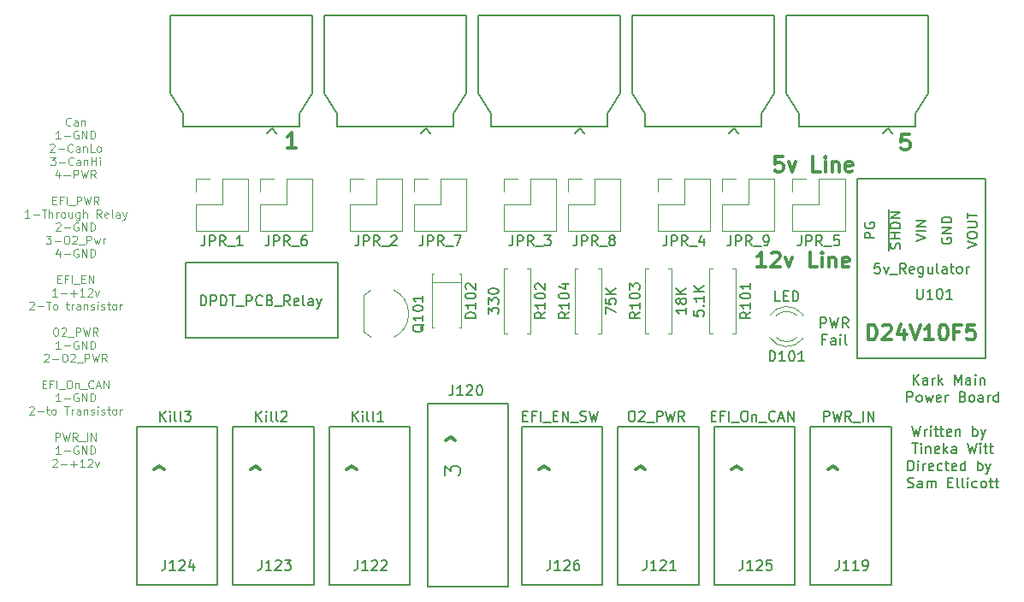
<source format=gbr>
G04 #@! TF.FileFunction,Legend,Top*
%FSLAX46Y46*%
G04 Gerber Fmt 4.6, Leading zero omitted, Abs format (unit mm)*
G04 Created by KiCad (PCBNEW 4.0.6) date Saturday, February 03, 2018 'PMt' 12:02:10 PM*
%MOMM*%
%LPD*%
G01*
G04 APERTURE LIST*
%ADD10C,0.100000*%
%ADD11C,0.200000*%
%ADD12C,0.300000*%
%ADD13C,0.152400*%
%ADD14C,0.150000*%
%ADD15C,0.120000*%
%ADD16C,0.357000*%
%ADD17C,0.210000*%
G04 APERTURE END LIST*
D10*
D11*
X185884038Y-60376381D02*
X185884038Y-59376381D01*
X186455467Y-60376381D02*
X186026895Y-59804952D01*
X186455467Y-59376381D02*
X185884038Y-59947810D01*
X187312610Y-60376381D02*
X187312610Y-59852571D01*
X187264991Y-59757333D01*
X187169753Y-59709714D01*
X186979276Y-59709714D01*
X186884038Y-59757333D01*
X187312610Y-60328762D02*
X187217372Y-60376381D01*
X186979276Y-60376381D01*
X186884038Y-60328762D01*
X186836419Y-60233524D01*
X186836419Y-60138286D01*
X186884038Y-60043048D01*
X186979276Y-59995429D01*
X187217372Y-59995429D01*
X187312610Y-59947810D01*
X187788800Y-60376381D02*
X187788800Y-59709714D01*
X187788800Y-59900190D02*
X187836419Y-59804952D01*
X187884038Y-59757333D01*
X187979276Y-59709714D01*
X188074515Y-59709714D01*
X188407848Y-60376381D02*
X188407848Y-59376381D01*
X188503086Y-59995429D02*
X188788801Y-60376381D01*
X188788801Y-59709714D02*
X188407848Y-60090667D01*
X189979277Y-60376381D02*
X189979277Y-59376381D01*
X190312611Y-60090667D01*
X190645944Y-59376381D01*
X190645944Y-60376381D01*
X191550706Y-60376381D02*
X191550706Y-59852571D01*
X191503087Y-59757333D01*
X191407849Y-59709714D01*
X191217372Y-59709714D01*
X191122134Y-59757333D01*
X191550706Y-60328762D02*
X191455468Y-60376381D01*
X191217372Y-60376381D01*
X191122134Y-60328762D01*
X191074515Y-60233524D01*
X191074515Y-60138286D01*
X191122134Y-60043048D01*
X191217372Y-59995429D01*
X191455468Y-59995429D01*
X191550706Y-59947810D01*
X192026896Y-60376381D02*
X192026896Y-59709714D01*
X192026896Y-59376381D02*
X191979277Y-59424000D01*
X192026896Y-59471619D01*
X192074515Y-59424000D01*
X192026896Y-59376381D01*
X192026896Y-59471619D01*
X192503086Y-59709714D02*
X192503086Y-60376381D01*
X192503086Y-59804952D02*
X192550705Y-59757333D01*
X192645943Y-59709714D01*
X192788801Y-59709714D01*
X192884039Y-59757333D01*
X192931658Y-59852571D01*
X192931658Y-60376381D01*
X185264990Y-62076381D02*
X185264990Y-61076381D01*
X185645943Y-61076381D01*
X185741181Y-61124000D01*
X185788800Y-61171619D01*
X185836419Y-61266857D01*
X185836419Y-61409714D01*
X185788800Y-61504952D01*
X185741181Y-61552571D01*
X185645943Y-61600190D01*
X185264990Y-61600190D01*
X186407847Y-62076381D02*
X186312609Y-62028762D01*
X186264990Y-61981143D01*
X186217371Y-61885905D01*
X186217371Y-61600190D01*
X186264990Y-61504952D01*
X186312609Y-61457333D01*
X186407847Y-61409714D01*
X186550705Y-61409714D01*
X186645943Y-61457333D01*
X186693562Y-61504952D01*
X186741181Y-61600190D01*
X186741181Y-61885905D01*
X186693562Y-61981143D01*
X186645943Y-62028762D01*
X186550705Y-62076381D01*
X186407847Y-62076381D01*
X187074514Y-61409714D02*
X187264990Y-62076381D01*
X187455467Y-61600190D01*
X187645943Y-62076381D01*
X187836419Y-61409714D01*
X188598324Y-62028762D02*
X188503086Y-62076381D01*
X188312609Y-62076381D01*
X188217371Y-62028762D01*
X188169752Y-61933524D01*
X188169752Y-61552571D01*
X188217371Y-61457333D01*
X188312609Y-61409714D01*
X188503086Y-61409714D01*
X188598324Y-61457333D01*
X188645943Y-61552571D01*
X188645943Y-61647810D01*
X188169752Y-61743048D01*
X189074514Y-62076381D02*
X189074514Y-61409714D01*
X189074514Y-61600190D02*
X189122133Y-61504952D01*
X189169752Y-61457333D01*
X189264990Y-61409714D01*
X189360229Y-61409714D01*
X190788801Y-61552571D02*
X190931658Y-61600190D01*
X190979277Y-61647810D01*
X191026896Y-61743048D01*
X191026896Y-61885905D01*
X190979277Y-61981143D01*
X190931658Y-62028762D01*
X190836420Y-62076381D01*
X190455467Y-62076381D01*
X190455467Y-61076381D01*
X190788801Y-61076381D01*
X190884039Y-61124000D01*
X190931658Y-61171619D01*
X190979277Y-61266857D01*
X190979277Y-61362095D01*
X190931658Y-61457333D01*
X190884039Y-61504952D01*
X190788801Y-61552571D01*
X190455467Y-61552571D01*
X191598324Y-62076381D02*
X191503086Y-62028762D01*
X191455467Y-61981143D01*
X191407848Y-61885905D01*
X191407848Y-61600190D01*
X191455467Y-61504952D01*
X191503086Y-61457333D01*
X191598324Y-61409714D01*
X191741182Y-61409714D01*
X191836420Y-61457333D01*
X191884039Y-61504952D01*
X191931658Y-61600190D01*
X191931658Y-61885905D01*
X191884039Y-61981143D01*
X191836420Y-62028762D01*
X191741182Y-62076381D01*
X191598324Y-62076381D01*
X192788801Y-62076381D02*
X192788801Y-61552571D01*
X192741182Y-61457333D01*
X192645944Y-61409714D01*
X192455467Y-61409714D01*
X192360229Y-61457333D01*
X192788801Y-62028762D02*
X192693563Y-62076381D01*
X192455467Y-62076381D01*
X192360229Y-62028762D01*
X192312610Y-61933524D01*
X192312610Y-61838286D01*
X192360229Y-61743048D01*
X192455467Y-61695429D01*
X192693563Y-61695429D01*
X192788801Y-61647810D01*
X193264991Y-62076381D02*
X193264991Y-61409714D01*
X193264991Y-61600190D02*
X193312610Y-61504952D01*
X193360229Y-61457333D01*
X193455467Y-61409714D01*
X193550706Y-61409714D01*
X194312611Y-62076381D02*
X194312611Y-61076381D01*
X194312611Y-62028762D02*
X194217373Y-62076381D01*
X194026896Y-62076381D01*
X193931658Y-62028762D01*
X193884039Y-61981143D01*
X193836420Y-61885905D01*
X193836420Y-61600190D01*
X193884039Y-61504952D01*
X193931658Y-61457333D01*
X194026896Y-61409714D01*
X194217373Y-61409714D01*
X194312611Y-61457333D01*
X185764990Y-64476381D02*
X186003085Y-65476381D01*
X186193562Y-64762095D01*
X186384038Y-65476381D01*
X186622133Y-64476381D01*
X187003085Y-65476381D02*
X187003085Y-64809714D01*
X187003085Y-65000190D02*
X187050704Y-64904952D01*
X187098323Y-64857333D01*
X187193561Y-64809714D01*
X187288800Y-64809714D01*
X187622133Y-65476381D02*
X187622133Y-64809714D01*
X187622133Y-64476381D02*
X187574514Y-64524000D01*
X187622133Y-64571619D01*
X187669752Y-64524000D01*
X187622133Y-64476381D01*
X187622133Y-64571619D01*
X187955466Y-64809714D02*
X188336418Y-64809714D01*
X188098323Y-64476381D02*
X188098323Y-65333524D01*
X188145942Y-65428762D01*
X188241180Y-65476381D01*
X188336418Y-65476381D01*
X188526895Y-64809714D02*
X188907847Y-64809714D01*
X188669752Y-64476381D02*
X188669752Y-65333524D01*
X188717371Y-65428762D01*
X188812609Y-65476381D01*
X188907847Y-65476381D01*
X189622134Y-65428762D02*
X189526896Y-65476381D01*
X189336419Y-65476381D01*
X189241181Y-65428762D01*
X189193562Y-65333524D01*
X189193562Y-64952571D01*
X189241181Y-64857333D01*
X189336419Y-64809714D01*
X189526896Y-64809714D01*
X189622134Y-64857333D01*
X189669753Y-64952571D01*
X189669753Y-65047810D01*
X189193562Y-65143048D01*
X190098324Y-64809714D02*
X190098324Y-65476381D01*
X190098324Y-64904952D02*
X190145943Y-64857333D01*
X190241181Y-64809714D01*
X190384039Y-64809714D01*
X190479277Y-64857333D01*
X190526896Y-64952571D01*
X190526896Y-65476381D01*
X191764991Y-65476381D02*
X191764991Y-64476381D01*
X191764991Y-64857333D02*
X191860229Y-64809714D01*
X192050706Y-64809714D01*
X192145944Y-64857333D01*
X192193563Y-64904952D01*
X192241182Y-65000190D01*
X192241182Y-65285905D01*
X192193563Y-65381143D01*
X192145944Y-65428762D01*
X192050706Y-65476381D01*
X191860229Y-65476381D01*
X191764991Y-65428762D01*
X192574515Y-64809714D02*
X192812610Y-65476381D01*
X193050706Y-64809714D02*
X192812610Y-65476381D01*
X192717372Y-65714476D01*
X192669753Y-65762095D01*
X192574515Y-65809714D01*
X185764990Y-66176381D02*
X186336419Y-66176381D01*
X186050704Y-67176381D02*
X186050704Y-66176381D01*
X186669752Y-67176381D02*
X186669752Y-66509714D01*
X186669752Y-66176381D02*
X186622133Y-66224000D01*
X186669752Y-66271619D01*
X186717371Y-66224000D01*
X186669752Y-66176381D01*
X186669752Y-66271619D01*
X187145942Y-66509714D02*
X187145942Y-67176381D01*
X187145942Y-66604952D02*
X187193561Y-66557333D01*
X187288799Y-66509714D01*
X187431657Y-66509714D01*
X187526895Y-66557333D01*
X187574514Y-66652571D01*
X187574514Y-67176381D01*
X188431657Y-67128762D02*
X188336419Y-67176381D01*
X188145942Y-67176381D01*
X188050704Y-67128762D01*
X188003085Y-67033524D01*
X188003085Y-66652571D01*
X188050704Y-66557333D01*
X188145942Y-66509714D01*
X188336419Y-66509714D01*
X188431657Y-66557333D01*
X188479276Y-66652571D01*
X188479276Y-66747810D01*
X188003085Y-66843048D01*
X188907847Y-67176381D02*
X188907847Y-66176381D01*
X189003085Y-66795429D02*
X189288800Y-67176381D01*
X189288800Y-66509714D02*
X188907847Y-66890667D01*
X190145943Y-67176381D02*
X190145943Y-66652571D01*
X190098324Y-66557333D01*
X190003086Y-66509714D01*
X189812609Y-66509714D01*
X189717371Y-66557333D01*
X190145943Y-67128762D02*
X190050705Y-67176381D01*
X189812609Y-67176381D01*
X189717371Y-67128762D01*
X189669752Y-67033524D01*
X189669752Y-66938286D01*
X189717371Y-66843048D01*
X189812609Y-66795429D01*
X190050705Y-66795429D01*
X190145943Y-66747810D01*
X191288800Y-66176381D02*
X191526895Y-67176381D01*
X191717372Y-66462095D01*
X191907848Y-67176381D01*
X192145943Y-66176381D01*
X192526895Y-67176381D02*
X192526895Y-66509714D01*
X192526895Y-66176381D02*
X192479276Y-66224000D01*
X192526895Y-66271619D01*
X192574514Y-66224000D01*
X192526895Y-66176381D01*
X192526895Y-66271619D01*
X192860228Y-66509714D02*
X193241180Y-66509714D01*
X193003085Y-66176381D02*
X193003085Y-67033524D01*
X193050704Y-67128762D01*
X193145942Y-67176381D01*
X193241180Y-67176381D01*
X193431657Y-66509714D02*
X193812609Y-66509714D01*
X193574514Y-66176381D02*
X193574514Y-67033524D01*
X193622133Y-67128762D01*
X193717371Y-67176381D01*
X193812609Y-67176381D01*
X185360228Y-68876381D02*
X185360228Y-67876381D01*
X185598323Y-67876381D01*
X185741181Y-67924000D01*
X185836419Y-68019238D01*
X185884038Y-68114476D01*
X185931657Y-68304952D01*
X185931657Y-68447810D01*
X185884038Y-68638286D01*
X185836419Y-68733524D01*
X185741181Y-68828762D01*
X185598323Y-68876381D01*
X185360228Y-68876381D01*
X186360228Y-68876381D02*
X186360228Y-68209714D01*
X186360228Y-67876381D02*
X186312609Y-67924000D01*
X186360228Y-67971619D01*
X186407847Y-67924000D01*
X186360228Y-67876381D01*
X186360228Y-67971619D01*
X186836418Y-68876381D02*
X186836418Y-68209714D01*
X186836418Y-68400190D02*
X186884037Y-68304952D01*
X186931656Y-68257333D01*
X187026894Y-68209714D01*
X187122133Y-68209714D01*
X187836419Y-68828762D02*
X187741181Y-68876381D01*
X187550704Y-68876381D01*
X187455466Y-68828762D01*
X187407847Y-68733524D01*
X187407847Y-68352571D01*
X187455466Y-68257333D01*
X187550704Y-68209714D01*
X187741181Y-68209714D01*
X187836419Y-68257333D01*
X187884038Y-68352571D01*
X187884038Y-68447810D01*
X187407847Y-68543048D01*
X188741181Y-68828762D02*
X188645943Y-68876381D01*
X188455466Y-68876381D01*
X188360228Y-68828762D01*
X188312609Y-68781143D01*
X188264990Y-68685905D01*
X188264990Y-68400190D01*
X188312609Y-68304952D01*
X188360228Y-68257333D01*
X188455466Y-68209714D01*
X188645943Y-68209714D01*
X188741181Y-68257333D01*
X189026895Y-68209714D02*
X189407847Y-68209714D01*
X189169752Y-67876381D02*
X189169752Y-68733524D01*
X189217371Y-68828762D01*
X189312609Y-68876381D01*
X189407847Y-68876381D01*
X190122134Y-68828762D02*
X190026896Y-68876381D01*
X189836419Y-68876381D01*
X189741181Y-68828762D01*
X189693562Y-68733524D01*
X189693562Y-68352571D01*
X189741181Y-68257333D01*
X189836419Y-68209714D01*
X190026896Y-68209714D01*
X190122134Y-68257333D01*
X190169753Y-68352571D01*
X190169753Y-68447810D01*
X189693562Y-68543048D01*
X191026896Y-68876381D02*
X191026896Y-67876381D01*
X191026896Y-68828762D02*
X190931658Y-68876381D01*
X190741181Y-68876381D01*
X190645943Y-68828762D01*
X190598324Y-68781143D01*
X190550705Y-68685905D01*
X190550705Y-68400190D01*
X190598324Y-68304952D01*
X190645943Y-68257333D01*
X190741181Y-68209714D01*
X190931658Y-68209714D01*
X191026896Y-68257333D01*
X192264991Y-68876381D02*
X192264991Y-67876381D01*
X192264991Y-68257333D02*
X192360229Y-68209714D01*
X192550706Y-68209714D01*
X192645944Y-68257333D01*
X192693563Y-68304952D01*
X192741182Y-68400190D01*
X192741182Y-68685905D01*
X192693563Y-68781143D01*
X192645944Y-68828762D01*
X192550706Y-68876381D01*
X192360229Y-68876381D01*
X192264991Y-68828762D01*
X193074515Y-68209714D02*
X193312610Y-68876381D01*
X193550706Y-68209714D02*
X193312610Y-68876381D01*
X193217372Y-69114476D01*
X193169753Y-69162095D01*
X193074515Y-69209714D01*
X185336418Y-70528762D02*
X185479275Y-70576381D01*
X185717371Y-70576381D01*
X185812609Y-70528762D01*
X185860228Y-70481143D01*
X185907847Y-70385905D01*
X185907847Y-70290667D01*
X185860228Y-70195429D01*
X185812609Y-70147810D01*
X185717371Y-70100190D01*
X185526894Y-70052571D01*
X185431656Y-70004952D01*
X185384037Y-69957333D01*
X185336418Y-69862095D01*
X185336418Y-69766857D01*
X185384037Y-69671619D01*
X185431656Y-69624000D01*
X185526894Y-69576381D01*
X185764990Y-69576381D01*
X185907847Y-69624000D01*
X186764990Y-70576381D02*
X186764990Y-70052571D01*
X186717371Y-69957333D01*
X186622133Y-69909714D01*
X186431656Y-69909714D01*
X186336418Y-69957333D01*
X186764990Y-70528762D02*
X186669752Y-70576381D01*
X186431656Y-70576381D01*
X186336418Y-70528762D01*
X186288799Y-70433524D01*
X186288799Y-70338286D01*
X186336418Y-70243048D01*
X186431656Y-70195429D01*
X186669752Y-70195429D01*
X186764990Y-70147810D01*
X187241180Y-70576381D02*
X187241180Y-69909714D01*
X187241180Y-70004952D02*
X187288799Y-69957333D01*
X187384037Y-69909714D01*
X187526895Y-69909714D01*
X187622133Y-69957333D01*
X187669752Y-70052571D01*
X187669752Y-70576381D01*
X187669752Y-70052571D02*
X187717371Y-69957333D01*
X187812609Y-69909714D01*
X187955466Y-69909714D01*
X188050704Y-69957333D01*
X188098323Y-70052571D01*
X188098323Y-70576381D01*
X189336418Y-70052571D02*
X189669752Y-70052571D01*
X189812609Y-70576381D02*
X189336418Y-70576381D01*
X189336418Y-69576381D01*
X189812609Y-69576381D01*
X190384037Y-70576381D02*
X190288799Y-70528762D01*
X190241180Y-70433524D01*
X190241180Y-69576381D01*
X190907847Y-70576381D02*
X190812609Y-70528762D01*
X190764990Y-70433524D01*
X190764990Y-69576381D01*
X191288800Y-70576381D02*
X191288800Y-69909714D01*
X191288800Y-69576381D02*
X191241181Y-69624000D01*
X191288800Y-69671619D01*
X191336419Y-69624000D01*
X191288800Y-69576381D01*
X191288800Y-69671619D01*
X192193562Y-70528762D02*
X192098324Y-70576381D01*
X191907847Y-70576381D01*
X191812609Y-70528762D01*
X191764990Y-70481143D01*
X191717371Y-70385905D01*
X191717371Y-70100190D01*
X191764990Y-70004952D01*
X191812609Y-69957333D01*
X191907847Y-69909714D01*
X192098324Y-69909714D01*
X192193562Y-69957333D01*
X192764990Y-70576381D02*
X192669752Y-70528762D01*
X192622133Y-70481143D01*
X192574514Y-70385905D01*
X192574514Y-70100190D01*
X192622133Y-70004952D01*
X192669752Y-69957333D01*
X192764990Y-69909714D01*
X192907848Y-69909714D01*
X193003086Y-69957333D01*
X193050705Y-70004952D01*
X193098324Y-70100190D01*
X193098324Y-70385905D01*
X193050705Y-70481143D01*
X193003086Y-70528762D01*
X192907848Y-70576381D01*
X192764990Y-70576381D01*
X193384038Y-69909714D02*
X193764990Y-69909714D01*
X193526895Y-69576381D02*
X193526895Y-70433524D01*
X193574514Y-70528762D01*
X193669752Y-70576381D01*
X193764990Y-70576381D01*
X193955467Y-69909714D02*
X194336419Y-69909714D01*
X194098324Y-69576381D02*
X194098324Y-70433524D01*
X194145943Y-70528762D01*
X194241181Y-70576381D01*
X194336419Y-70576381D01*
D12*
X124786972Y-36898971D02*
X123929829Y-36898971D01*
X124358401Y-36898971D02*
X124358401Y-35398971D01*
X124215544Y-35613257D01*
X124072686Y-35756114D01*
X123929829Y-35827543D01*
X185472344Y-35602171D02*
X184758058Y-35602171D01*
X184686629Y-36316457D01*
X184758058Y-36245029D01*
X184900915Y-36173600D01*
X185258058Y-36173600D01*
X185400915Y-36245029D01*
X185472344Y-36316457D01*
X185543772Y-36459314D01*
X185543772Y-36816457D01*
X185472344Y-36959314D01*
X185400915Y-37030743D01*
X185258058Y-37102171D01*
X184900915Y-37102171D01*
X184758058Y-37030743D01*
X184686629Y-36959314D01*
D10*
X102495409Y-34653314D02*
X102457314Y-34691410D01*
X102343028Y-34729505D01*
X102266838Y-34729505D01*
X102152552Y-34691410D01*
X102076361Y-34615219D01*
X102038266Y-34539029D01*
X102000171Y-34386648D01*
X102000171Y-34272362D01*
X102038266Y-34119981D01*
X102076361Y-34043790D01*
X102152552Y-33967600D01*
X102266838Y-33929505D01*
X102343028Y-33929505D01*
X102457314Y-33967600D01*
X102495409Y-34005695D01*
X103181123Y-34729505D02*
X103181123Y-34310457D01*
X103143028Y-34234267D01*
X103066838Y-34196171D01*
X102914457Y-34196171D01*
X102838266Y-34234267D01*
X103181123Y-34691410D02*
X103104933Y-34729505D01*
X102914457Y-34729505D01*
X102838266Y-34691410D01*
X102800171Y-34615219D01*
X102800171Y-34539029D01*
X102838266Y-34462838D01*
X102914457Y-34424743D01*
X103104933Y-34424743D01*
X103181123Y-34386648D01*
X103562076Y-34196171D02*
X103562076Y-34729505D01*
X103562076Y-34272362D02*
X103600171Y-34234267D01*
X103676362Y-34196171D01*
X103790648Y-34196171D01*
X103866838Y-34234267D01*
X103904933Y-34310457D01*
X103904933Y-34729505D01*
X101485886Y-36029505D02*
X101028743Y-36029505D01*
X101257314Y-36029505D02*
X101257314Y-35229505D01*
X101181124Y-35343790D01*
X101104933Y-35419981D01*
X101028743Y-35458076D01*
X101828743Y-35724743D02*
X102438267Y-35724743D01*
X103238267Y-35267600D02*
X103162076Y-35229505D01*
X103047791Y-35229505D01*
X102933505Y-35267600D01*
X102857314Y-35343790D01*
X102819219Y-35419981D01*
X102781124Y-35572362D01*
X102781124Y-35686648D01*
X102819219Y-35839029D01*
X102857314Y-35915219D01*
X102933505Y-35991410D01*
X103047791Y-36029505D01*
X103123981Y-36029505D01*
X103238267Y-35991410D01*
X103276362Y-35953314D01*
X103276362Y-35686648D01*
X103123981Y-35686648D01*
X103619219Y-36029505D02*
X103619219Y-35229505D01*
X104076362Y-36029505D01*
X104076362Y-35229505D01*
X104457314Y-36029505D02*
X104457314Y-35229505D01*
X104647790Y-35229505D01*
X104762076Y-35267600D01*
X104838267Y-35343790D01*
X104876362Y-35419981D01*
X104914457Y-35572362D01*
X104914457Y-35686648D01*
X104876362Y-35839029D01*
X104838267Y-35915219D01*
X104762076Y-35991410D01*
X104647790Y-36029505D01*
X104457314Y-36029505D01*
X100438266Y-36605695D02*
X100476361Y-36567600D01*
X100552552Y-36529505D01*
X100743028Y-36529505D01*
X100819218Y-36567600D01*
X100857314Y-36605695D01*
X100895409Y-36681886D01*
X100895409Y-36758076D01*
X100857314Y-36872362D01*
X100400171Y-37329505D01*
X100895409Y-37329505D01*
X101238266Y-37024743D02*
X101847790Y-37024743D01*
X102685885Y-37253314D02*
X102647790Y-37291410D01*
X102533504Y-37329505D01*
X102457314Y-37329505D01*
X102343028Y-37291410D01*
X102266837Y-37215219D01*
X102228742Y-37139029D01*
X102190647Y-36986648D01*
X102190647Y-36872362D01*
X102228742Y-36719981D01*
X102266837Y-36643790D01*
X102343028Y-36567600D01*
X102457314Y-36529505D01*
X102533504Y-36529505D01*
X102647790Y-36567600D01*
X102685885Y-36605695D01*
X103371599Y-37329505D02*
X103371599Y-36910457D01*
X103333504Y-36834267D01*
X103257314Y-36796171D01*
X103104933Y-36796171D01*
X103028742Y-36834267D01*
X103371599Y-37291410D02*
X103295409Y-37329505D01*
X103104933Y-37329505D01*
X103028742Y-37291410D01*
X102990647Y-37215219D01*
X102990647Y-37139029D01*
X103028742Y-37062838D01*
X103104933Y-37024743D01*
X103295409Y-37024743D01*
X103371599Y-36986648D01*
X103752552Y-36796171D02*
X103752552Y-37329505D01*
X103752552Y-36872362D02*
X103790647Y-36834267D01*
X103866838Y-36796171D01*
X103981124Y-36796171D01*
X104057314Y-36834267D01*
X104095409Y-36910457D01*
X104095409Y-37329505D01*
X104857315Y-37329505D02*
X104476362Y-37329505D01*
X104476362Y-36529505D01*
X105238267Y-37329505D02*
X105162076Y-37291410D01*
X105123981Y-37253314D01*
X105085886Y-37177124D01*
X105085886Y-36948552D01*
X105123981Y-36872362D01*
X105162076Y-36834267D01*
X105238267Y-36796171D01*
X105352553Y-36796171D01*
X105428743Y-36834267D01*
X105466838Y-36872362D01*
X105504934Y-36948552D01*
X105504934Y-37177124D01*
X105466838Y-37253314D01*
X105428743Y-37291410D01*
X105352553Y-37329505D01*
X105238267Y-37329505D01*
X100476362Y-37829505D02*
X100971600Y-37829505D01*
X100704933Y-38134267D01*
X100819219Y-38134267D01*
X100895409Y-38172362D01*
X100933505Y-38210457D01*
X100971600Y-38286648D01*
X100971600Y-38477124D01*
X100933505Y-38553314D01*
X100895409Y-38591410D01*
X100819219Y-38629505D01*
X100590647Y-38629505D01*
X100514457Y-38591410D01*
X100476362Y-38553314D01*
X101314457Y-38324743D02*
X101923981Y-38324743D01*
X102762076Y-38553314D02*
X102723981Y-38591410D01*
X102609695Y-38629505D01*
X102533505Y-38629505D01*
X102419219Y-38591410D01*
X102343028Y-38515219D01*
X102304933Y-38439029D01*
X102266838Y-38286648D01*
X102266838Y-38172362D01*
X102304933Y-38019981D01*
X102343028Y-37943790D01*
X102419219Y-37867600D01*
X102533505Y-37829505D01*
X102609695Y-37829505D01*
X102723981Y-37867600D01*
X102762076Y-37905695D01*
X103447790Y-38629505D02*
X103447790Y-38210457D01*
X103409695Y-38134267D01*
X103333505Y-38096171D01*
X103181124Y-38096171D01*
X103104933Y-38134267D01*
X103447790Y-38591410D02*
X103371600Y-38629505D01*
X103181124Y-38629505D01*
X103104933Y-38591410D01*
X103066838Y-38515219D01*
X103066838Y-38439029D01*
X103104933Y-38362838D01*
X103181124Y-38324743D01*
X103371600Y-38324743D01*
X103447790Y-38286648D01*
X103828743Y-38096171D02*
X103828743Y-38629505D01*
X103828743Y-38172362D02*
X103866838Y-38134267D01*
X103943029Y-38096171D01*
X104057315Y-38096171D01*
X104133505Y-38134267D01*
X104171600Y-38210457D01*
X104171600Y-38629505D01*
X104552553Y-38629505D02*
X104552553Y-37829505D01*
X104552553Y-38210457D02*
X105009696Y-38210457D01*
X105009696Y-38629505D02*
X105009696Y-37829505D01*
X105390648Y-38629505D02*
X105390648Y-38096171D01*
X105390648Y-37829505D02*
X105352553Y-37867600D01*
X105390648Y-37905695D01*
X105428743Y-37867600D01*
X105390648Y-37829505D01*
X105390648Y-37905695D01*
X101371600Y-39396171D02*
X101371600Y-39929505D01*
X101181124Y-39091410D02*
X100990648Y-39662838D01*
X101485886Y-39662838D01*
X101790648Y-39624743D02*
X102400172Y-39624743D01*
X102781124Y-39929505D02*
X102781124Y-39129505D01*
X103085886Y-39129505D01*
X103162077Y-39167600D01*
X103200172Y-39205695D01*
X103238267Y-39281886D01*
X103238267Y-39396171D01*
X103200172Y-39472362D01*
X103162077Y-39510457D01*
X103085886Y-39548552D01*
X102781124Y-39548552D01*
X103504934Y-39129505D02*
X103695410Y-39929505D01*
X103847791Y-39358076D01*
X104000172Y-39929505D01*
X104190648Y-39129505D01*
X104952553Y-39929505D02*
X104685886Y-39548552D01*
X104495410Y-39929505D02*
X104495410Y-39129505D01*
X104800172Y-39129505D01*
X104876363Y-39167600D01*
X104914458Y-39205695D01*
X104952553Y-39281886D01*
X104952553Y-39396171D01*
X104914458Y-39472362D01*
X104876363Y-39510457D01*
X104800172Y-39548552D01*
X104495410Y-39548552D01*
X100704933Y-42110457D02*
X100971600Y-42110457D01*
X101085886Y-42529505D02*
X100704933Y-42529505D01*
X100704933Y-41729505D01*
X101085886Y-41729505D01*
X101695410Y-42110457D02*
X101428743Y-42110457D01*
X101428743Y-42529505D02*
X101428743Y-41729505D01*
X101809696Y-41729505D01*
X102114457Y-42529505D02*
X102114457Y-41729505D01*
X102304933Y-42605695D02*
X102914457Y-42605695D01*
X103104933Y-42529505D02*
X103104933Y-41729505D01*
X103409695Y-41729505D01*
X103485886Y-41767600D01*
X103523981Y-41805695D01*
X103562076Y-41881886D01*
X103562076Y-41996171D01*
X103523981Y-42072362D01*
X103485886Y-42110457D01*
X103409695Y-42148552D01*
X103104933Y-42148552D01*
X103828743Y-41729505D02*
X104019219Y-42529505D01*
X104171600Y-41958076D01*
X104323981Y-42529505D01*
X104514457Y-41729505D01*
X105276362Y-42529505D02*
X105009695Y-42148552D01*
X104819219Y-42529505D02*
X104819219Y-41729505D01*
X105123981Y-41729505D01*
X105200172Y-41767600D01*
X105238267Y-41805695D01*
X105276362Y-41881886D01*
X105276362Y-41996171D01*
X105238267Y-42072362D01*
X105200172Y-42110457D01*
X105123981Y-42148552D01*
X104819219Y-42148552D01*
X98419218Y-43829505D02*
X97962075Y-43829505D01*
X98190646Y-43829505D02*
X98190646Y-43029505D01*
X98114456Y-43143790D01*
X98038265Y-43219981D01*
X97962075Y-43258076D01*
X98762075Y-43524743D02*
X99371599Y-43524743D01*
X99638265Y-43029505D02*
X100095408Y-43029505D01*
X99866837Y-43829505D02*
X99866837Y-43029505D01*
X100362075Y-43829505D02*
X100362075Y-43029505D01*
X100704932Y-43829505D02*
X100704932Y-43410457D01*
X100666837Y-43334267D01*
X100590647Y-43296171D01*
X100476361Y-43296171D01*
X100400170Y-43334267D01*
X100362075Y-43372362D01*
X101085885Y-43829505D02*
X101085885Y-43296171D01*
X101085885Y-43448552D02*
X101123980Y-43372362D01*
X101162076Y-43334267D01*
X101238266Y-43296171D01*
X101314457Y-43296171D01*
X101695409Y-43829505D02*
X101619218Y-43791410D01*
X101581123Y-43753314D01*
X101543028Y-43677124D01*
X101543028Y-43448552D01*
X101581123Y-43372362D01*
X101619218Y-43334267D01*
X101695409Y-43296171D01*
X101809695Y-43296171D01*
X101885885Y-43334267D01*
X101923980Y-43372362D01*
X101962076Y-43448552D01*
X101962076Y-43677124D01*
X101923980Y-43753314D01*
X101885885Y-43791410D01*
X101809695Y-43829505D01*
X101695409Y-43829505D01*
X102647790Y-43296171D02*
X102647790Y-43829505D01*
X102304933Y-43296171D02*
X102304933Y-43715219D01*
X102343028Y-43791410D01*
X102419219Y-43829505D01*
X102533505Y-43829505D01*
X102609695Y-43791410D01*
X102647790Y-43753314D01*
X103371600Y-43296171D02*
X103371600Y-43943790D01*
X103333505Y-44019981D01*
X103295410Y-44058076D01*
X103219219Y-44096171D01*
X103104934Y-44096171D01*
X103028743Y-44058076D01*
X103371600Y-43791410D02*
X103295410Y-43829505D01*
X103143029Y-43829505D01*
X103066838Y-43791410D01*
X103028743Y-43753314D01*
X102990648Y-43677124D01*
X102990648Y-43448552D01*
X103028743Y-43372362D01*
X103066838Y-43334267D01*
X103143029Y-43296171D01*
X103295410Y-43296171D01*
X103371600Y-43334267D01*
X103752553Y-43829505D02*
X103752553Y-43029505D01*
X104095410Y-43829505D02*
X104095410Y-43410457D01*
X104057315Y-43334267D01*
X103981125Y-43296171D01*
X103866839Y-43296171D01*
X103790648Y-43334267D01*
X103752553Y-43372362D01*
X105543030Y-43829505D02*
X105276363Y-43448552D01*
X105085887Y-43829505D02*
X105085887Y-43029505D01*
X105390649Y-43029505D01*
X105466840Y-43067600D01*
X105504935Y-43105695D01*
X105543030Y-43181886D01*
X105543030Y-43296171D01*
X105504935Y-43372362D01*
X105466840Y-43410457D01*
X105390649Y-43448552D01*
X105085887Y-43448552D01*
X106190649Y-43791410D02*
X106114459Y-43829505D01*
X105962078Y-43829505D01*
X105885887Y-43791410D01*
X105847792Y-43715219D01*
X105847792Y-43410457D01*
X105885887Y-43334267D01*
X105962078Y-43296171D01*
X106114459Y-43296171D01*
X106190649Y-43334267D01*
X106228744Y-43410457D01*
X106228744Y-43486648D01*
X105847792Y-43562838D01*
X106685887Y-43829505D02*
X106609696Y-43791410D01*
X106571601Y-43715219D01*
X106571601Y-43029505D01*
X107333506Y-43829505D02*
X107333506Y-43410457D01*
X107295411Y-43334267D01*
X107219221Y-43296171D01*
X107066840Y-43296171D01*
X106990649Y-43334267D01*
X107333506Y-43791410D02*
X107257316Y-43829505D01*
X107066840Y-43829505D01*
X106990649Y-43791410D01*
X106952554Y-43715219D01*
X106952554Y-43639029D01*
X106990649Y-43562838D01*
X107066840Y-43524743D01*
X107257316Y-43524743D01*
X107333506Y-43486648D01*
X107638269Y-43296171D02*
X107828745Y-43829505D01*
X108019221Y-43296171D02*
X107828745Y-43829505D01*
X107752554Y-44019981D01*
X107714459Y-44058076D01*
X107638269Y-44096171D01*
X101028743Y-44405695D02*
X101066838Y-44367600D01*
X101143029Y-44329505D01*
X101333505Y-44329505D01*
X101409695Y-44367600D01*
X101447791Y-44405695D01*
X101485886Y-44481886D01*
X101485886Y-44558076D01*
X101447791Y-44672362D01*
X100990648Y-45129505D01*
X101485886Y-45129505D01*
X101828743Y-44824743D02*
X102438267Y-44824743D01*
X103238267Y-44367600D02*
X103162076Y-44329505D01*
X103047791Y-44329505D01*
X102933505Y-44367600D01*
X102857314Y-44443790D01*
X102819219Y-44519981D01*
X102781124Y-44672362D01*
X102781124Y-44786648D01*
X102819219Y-44939029D01*
X102857314Y-45015219D01*
X102933505Y-45091410D01*
X103047791Y-45129505D01*
X103123981Y-45129505D01*
X103238267Y-45091410D01*
X103276362Y-45053314D01*
X103276362Y-44786648D01*
X103123981Y-44786648D01*
X103619219Y-45129505D02*
X103619219Y-44329505D01*
X104076362Y-45129505D01*
X104076362Y-44329505D01*
X104457314Y-45129505D02*
X104457314Y-44329505D01*
X104647790Y-44329505D01*
X104762076Y-44367600D01*
X104838267Y-44443790D01*
X104876362Y-44519981D01*
X104914457Y-44672362D01*
X104914457Y-44786648D01*
X104876362Y-44939029D01*
X104838267Y-45015219D01*
X104762076Y-45091410D01*
X104647790Y-45129505D01*
X104457314Y-45129505D01*
X100038267Y-45629505D02*
X100533505Y-45629505D01*
X100266838Y-45934267D01*
X100381124Y-45934267D01*
X100457314Y-45972362D01*
X100495410Y-46010457D01*
X100533505Y-46086648D01*
X100533505Y-46277124D01*
X100495410Y-46353314D01*
X100457314Y-46391410D01*
X100381124Y-46429505D01*
X100152552Y-46429505D01*
X100076362Y-46391410D01*
X100038267Y-46353314D01*
X100876362Y-46124743D02*
X101485886Y-46124743D01*
X102019219Y-45629505D02*
X102171600Y-45629505D01*
X102247791Y-45667600D01*
X102323981Y-45743790D01*
X102362076Y-45896171D01*
X102362076Y-46162838D01*
X102323981Y-46315219D01*
X102247791Y-46391410D01*
X102171600Y-46429505D01*
X102019219Y-46429505D01*
X101943029Y-46391410D01*
X101866838Y-46315219D01*
X101828743Y-46162838D01*
X101828743Y-45896171D01*
X101866838Y-45743790D01*
X101943029Y-45667600D01*
X102019219Y-45629505D01*
X102666838Y-45705695D02*
X102704933Y-45667600D01*
X102781124Y-45629505D01*
X102971600Y-45629505D01*
X103047790Y-45667600D01*
X103085886Y-45705695D01*
X103123981Y-45781886D01*
X103123981Y-45858076D01*
X103085886Y-45972362D01*
X102628743Y-46429505D01*
X103123981Y-46429505D01*
X103276362Y-46505695D02*
X103885886Y-46505695D01*
X104076362Y-46429505D02*
X104076362Y-45629505D01*
X104381124Y-45629505D01*
X104457315Y-45667600D01*
X104495410Y-45705695D01*
X104533505Y-45781886D01*
X104533505Y-45896171D01*
X104495410Y-45972362D01*
X104457315Y-46010457D01*
X104381124Y-46048552D01*
X104076362Y-46048552D01*
X104800172Y-45896171D02*
X104952553Y-46429505D01*
X105104934Y-46048552D01*
X105257315Y-46429505D01*
X105409696Y-45896171D01*
X105714457Y-46429505D02*
X105714457Y-45896171D01*
X105714457Y-46048552D02*
X105752552Y-45972362D01*
X105790648Y-45934267D01*
X105866838Y-45896171D01*
X105943029Y-45896171D01*
X101409695Y-47196171D02*
X101409695Y-47729505D01*
X101219219Y-46891410D02*
X101028743Y-47462838D01*
X101523981Y-47462838D01*
X101828743Y-47424743D02*
X102438267Y-47424743D01*
X103238267Y-46967600D02*
X103162076Y-46929505D01*
X103047791Y-46929505D01*
X102933505Y-46967600D01*
X102857314Y-47043790D01*
X102819219Y-47119981D01*
X102781124Y-47272362D01*
X102781124Y-47386648D01*
X102819219Y-47539029D01*
X102857314Y-47615219D01*
X102933505Y-47691410D01*
X103047791Y-47729505D01*
X103123981Y-47729505D01*
X103238267Y-47691410D01*
X103276362Y-47653314D01*
X103276362Y-47386648D01*
X103123981Y-47386648D01*
X103619219Y-47729505D02*
X103619219Y-46929505D01*
X104076362Y-47729505D01*
X104076362Y-46929505D01*
X104457314Y-47729505D02*
X104457314Y-46929505D01*
X104647790Y-46929505D01*
X104762076Y-46967600D01*
X104838267Y-47043790D01*
X104876362Y-47119981D01*
X104914457Y-47272362D01*
X104914457Y-47386648D01*
X104876362Y-47539029D01*
X104838267Y-47615219D01*
X104762076Y-47691410D01*
X104647790Y-47729505D01*
X104457314Y-47729505D01*
X101181124Y-49910457D02*
X101447791Y-49910457D01*
X101562077Y-50329505D02*
X101181124Y-50329505D01*
X101181124Y-49529505D01*
X101562077Y-49529505D01*
X102171601Y-49910457D02*
X101904934Y-49910457D01*
X101904934Y-50329505D02*
X101904934Y-49529505D01*
X102285887Y-49529505D01*
X102590648Y-50329505D02*
X102590648Y-49529505D01*
X102781124Y-50405695D02*
X103390648Y-50405695D01*
X103581124Y-49910457D02*
X103847791Y-49910457D01*
X103962077Y-50329505D02*
X103581124Y-50329505D01*
X103581124Y-49529505D01*
X103962077Y-49529505D01*
X104304934Y-50329505D02*
X104304934Y-49529505D01*
X104762077Y-50329505D01*
X104762077Y-49529505D01*
X101143029Y-51629505D02*
X100685886Y-51629505D01*
X100914457Y-51629505D02*
X100914457Y-50829505D01*
X100838267Y-50943790D01*
X100762076Y-51019981D01*
X100685886Y-51058076D01*
X101485886Y-51324743D02*
X102095410Y-51324743D01*
X102476362Y-51324743D02*
X103085886Y-51324743D01*
X102781124Y-51629505D02*
X102781124Y-51019981D01*
X103885886Y-51629505D02*
X103428743Y-51629505D01*
X103657314Y-51629505D02*
X103657314Y-50829505D01*
X103581124Y-50943790D01*
X103504933Y-51019981D01*
X103428743Y-51058076D01*
X104190648Y-50905695D02*
X104228743Y-50867600D01*
X104304934Y-50829505D01*
X104495410Y-50829505D01*
X104571600Y-50867600D01*
X104609696Y-50905695D01*
X104647791Y-50981886D01*
X104647791Y-51058076D01*
X104609696Y-51172362D01*
X104152553Y-51629505D01*
X104647791Y-51629505D01*
X104914458Y-51096171D02*
X105104934Y-51629505D01*
X105295410Y-51096171D01*
X98400171Y-52205695D02*
X98438266Y-52167600D01*
X98514457Y-52129505D01*
X98704933Y-52129505D01*
X98781123Y-52167600D01*
X98819219Y-52205695D01*
X98857314Y-52281886D01*
X98857314Y-52358076D01*
X98819219Y-52472362D01*
X98362076Y-52929505D01*
X98857314Y-52929505D01*
X99200171Y-52624743D02*
X99809695Y-52624743D01*
X100076361Y-52129505D02*
X100533504Y-52129505D01*
X100304933Y-52929505D02*
X100304933Y-52129505D01*
X100914457Y-52929505D02*
X100838266Y-52891410D01*
X100800171Y-52853314D01*
X100762076Y-52777124D01*
X100762076Y-52548552D01*
X100800171Y-52472362D01*
X100838266Y-52434267D01*
X100914457Y-52396171D01*
X101028743Y-52396171D01*
X101104933Y-52434267D01*
X101143028Y-52472362D01*
X101181124Y-52548552D01*
X101181124Y-52777124D01*
X101143028Y-52853314D01*
X101104933Y-52891410D01*
X101028743Y-52929505D01*
X100914457Y-52929505D01*
X102019219Y-52396171D02*
X102323981Y-52396171D01*
X102133505Y-52129505D02*
X102133505Y-52815219D01*
X102171600Y-52891410D01*
X102247791Y-52929505D01*
X102323981Y-52929505D01*
X102590648Y-52929505D02*
X102590648Y-52396171D01*
X102590648Y-52548552D02*
X102628743Y-52472362D01*
X102666839Y-52434267D01*
X102743029Y-52396171D01*
X102819220Y-52396171D01*
X103428743Y-52929505D02*
X103428743Y-52510457D01*
X103390648Y-52434267D01*
X103314458Y-52396171D01*
X103162077Y-52396171D01*
X103085886Y-52434267D01*
X103428743Y-52891410D02*
X103352553Y-52929505D01*
X103162077Y-52929505D01*
X103085886Y-52891410D01*
X103047791Y-52815219D01*
X103047791Y-52739029D01*
X103085886Y-52662838D01*
X103162077Y-52624743D01*
X103352553Y-52624743D01*
X103428743Y-52586648D01*
X103809696Y-52396171D02*
X103809696Y-52929505D01*
X103809696Y-52472362D02*
X103847791Y-52434267D01*
X103923982Y-52396171D01*
X104038268Y-52396171D01*
X104114458Y-52434267D01*
X104152553Y-52510457D01*
X104152553Y-52929505D01*
X104495411Y-52891410D02*
X104571601Y-52929505D01*
X104723982Y-52929505D01*
X104800173Y-52891410D01*
X104838268Y-52815219D01*
X104838268Y-52777124D01*
X104800173Y-52700933D01*
X104723982Y-52662838D01*
X104609697Y-52662838D01*
X104533506Y-52624743D01*
X104495411Y-52548552D01*
X104495411Y-52510457D01*
X104533506Y-52434267D01*
X104609697Y-52396171D01*
X104723982Y-52396171D01*
X104800173Y-52434267D01*
X105181125Y-52929505D02*
X105181125Y-52396171D01*
X105181125Y-52129505D02*
X105143030Y-52167600D01*
X105181125Y-52205695D01*
X105219220Y-52167600D01*
X105181125Y-52129505D01*
X105181125Y-52205695D01*
X105523982Y-52891410D02*
X105600172Y-52929505D01*
X105752553Y-52929505D01*
X105828744Y-52891410D01*
X105866839Y-52815219D01*
X105866839Y-52777124D01*
X105828744Y-52700933D01*
X105752553Y-52662838D01*
X105638268Y-52662838D01*
X105562077Y-52624743D01*
X105523982Y-52548552D01*
X105523982Y-52510457D01*
X105562077Y-52434267D01*
X105638268Y-52396171D01*
X105752553Y-52396171D01*
X105828744Y-52434267D01*
X106095410Y-52396171D02*
X106400172Y-52396171D01*
X106209696Y-52129505D02*
X106209696Y-52815219D01*
X106247791Y-52891410D01*
X106323982Y-52929505D01*
X106400172Y-52929505D01*
X106781125Y-52929505D02*
X106704934Y-52891410D01*
X106666839Y-52853314D01*
X106628744Y-52777124D01*
X106628744Y-52548552D01*
X106666839Y-52472362D01*
X106704934Y-52434267D01*
X106781125Y-52396171D01*
X106895411Y-52396171D01*
X106971601Y-52434267D01*
X107009696Y-52472362D01*
X107047792Y-52548552D01*
X107047792Y-52777124D01*
X107009696Y-52853314D01*
X106971601Y-52891410D01*
X106895411Y-52929505D01*
X106781125Y-52929505D01*
X107390649Y-52929505D02*
X107390649Y-52396171D01*
X107390649Y-52548552D02*
X107428744Y-52472362D01*
X107466840Y-52434267D01*
X107543030Y-52396171D01*
X107619221Y-52396171D01*
X100952552Y-54729505D02*
X101104933Y-54729505D01*
X101181124Y-54767600D01*
X101257314Y-54843790D01*
X101295409Y-54996171D01*
X101295409Y-55262838D01*
X101257314Y-55415219D01*
X101181124Y-55491410D01*
X101104933Y-55529505D01*
X100952552Y-55529505D01*
X100876362Y-55491410D01*
X100800171Y-55415219D01*
X100762076Y-55262838D01*
X100762076Y-54996171D01*
X100800171Y-54843790D01*
X100876362Y-54767600D01*
X100952552Y-54729505D01*
X101600171Y-54805695D02*
X101638266Y-54767600D01*
X101714457Y-54729505D01*
X101904933Y-54729505D01*
X101981123Y-54767600D01*
X102019219Y-54805695D01*
X102057314Y-54881886D01*
X102057314Y-54958076D01*
X102019219Y-55072362D01*
X101562076Y-55529505D01*
X102057314Y-55529505D01*
X102209695Y-55605695D02*
X102819219Y-55605695D01*
X103009695Y-55529505D02*
X103009695Y-54729505D01*
X103314457Y-54729505D01*
X103390648Y-54767600D01*
X103428743Y-54805695D01*
X103466838Y-54881886D01*
X103466838Y-54996171D01*
X103428743Y-55072362D01*
X103390648Y-55110457D01*
X103314457Y-55148552D01*
X103009695Y-55148552D01*
X103733505Y-54729505D02*
X103923981Y-55529505D01*
X104076362Y-54958076D01*
X104228743Y-55529505D01*
X104419219Y-54729505D01*
X105181124Y-55529505D02*
X104914457Y-55148552D01*
X104723981Y-55529505D02*
X104723981Y-54729505D01*
X105028743Y-54729505D01*
X105104934Y-54767600D01*
X105143029Y-54805695D01*
X105181124Y-54881886D01*
X105181124Y-54996171D01*
X105143029Y-55072362D01*
X105104934Y-55110457D01*
X105028743Y-55148552D01*
X104723981Y-55148552D01*
X101485886Y-56829505D02*
X101028743Y-56829505D01*
X101257314Y-56829505D02*
X101257314Y-56029505D01*
X101181124Y-56143790D01*
X101104933Y-56219981D01*
X101028743Y-56258076D01*
X101828743Y-56524743D02*
X102438267Y-56524743D01*
X103238267Y-56067600D02*
X103162076Y-56029505D01*
X103047791Y-56029505D01*
X102933505Y-56067600D01*
X102857314Y-56143790D01*
X102819219Y-56219981D01*
X102781124Y-56372362D01*
X102781124Y-56486648D01*
X102819219Y-56639029D01*
X102857314Y-56715219D01*
X102933505Y-56791410D01*
X103047791Y-56829505D01*
X103123981Y-56829505D01*
X103238267Y-56791410D01*
X103276362Y-56753314D01*
X103276362Y-56486648D01*
X103123981Y-56486648D01*
X103619219Y-56829505D02*
X103619219Y-56029505D01*
X104076362Y-56829505D01*
X104076362Y-56029505D01*
X104457314Y-56829505D02*
X104457314Y-56029505D01*
X104647790Y-56029505D01*
X104762076Y-56067600D01*
X104838267Y-56143790D01*
X104876362Y-56219981D01*
X104914457Y-56372362D01*
X104914457Y-56486648D01*
X104876362Y-56639029D01*
X104838267Y-56715219D01*
X104762076Y-56791410D01*
X104647790Y-56829505D01*
X104457314Y-56829505D01*
X99885886Y-57405695D02*
X99923981Y-57367600D01*
X100000172Y-57329505D01*
X100190648Y-57329505D01*
X100266838Y-57367600D01*
X100304934Y-57405695D01*
X100343029Y-57481886D01*
X100343029Y-57558076D01*
X100304934Y-57672362D01*
X99847791Y-58129505D01*
X100343029Y-58129505D01*
X100685886Y-57824743D02*
X101295410Y-57824743D01*
X101828743Y-57329505D02*
X101981124Y-57329505D01*
X102057315Y-57367600D01*
X102133505Y-57443790D01*
X102171600Y-57596171D01*
X102171600Y-57862838D01*
X102133505Y-58015219D01*
X102057315Y-58091410D01*
X101981124Y-58129505D01*
X101828743Y-58129505D01*
X101752553Y-58091410D01*
X101676362Y-58015219D01*
X101638267Y-57862838D01*
X101638267Y-57596171D01*
X101676362Y-57443790D01*
X101752553Y-57367600D01*
X101828743Y-57329505D01*
X102476362Y-57405695D02*
X102514457Y-57367600D01*
X102590648Y-57329505D01*
X102781124Y-57329505D01*
X102857314Y-57367600D01*
X102895410Y-57405695D01*
X102933505Y-57481886D01*
X102933505Y-57558076D01*
X102895410Y-57672362D01*
X102438267Y-58129505D01*
X102933505Y-58129505D01*
X103085886Y-58205695D02*
X103695410Y-58205695D01*
X103885886Y-58129505D02*
X103885886Y-57329505D01*
X104190648Y-57329505D01*
X104266839Y-57367600D01*
X104304934Y-57405695D01*
X104343029Y-57481886D01*
X104343029Y-57596171D01*
X104304934Y-57672362D01*
X104266839Y-57710457D01*
X104190648Y-57748552D01*
X103885886Y-57748552D01*
X104609696Y-57329505D02*
X104800172Y-58129505D01*
X104952553Y-57558076D01*
X105104934Y-58129505D01*
X105295410Y-57329505D01*
X106057315Y-58129505D02*
X105790648Y-57748552D01*
X105600172Y-58129505D02*
X105600172Y-57329505D01*
X105904934Y-57329505D01*
X105981125Y-57367600D01*
X106019220Y-57405695D01*
X106057315Y-57481886D01*
X106057315Y-57596171D01*
X106019220Y-57672362D01*
X105981125Y-57710457D01*
X105904934Y-57748552D01*
X105600172Y-57748552D01*
X99714457Y-60310457D02*
X99981124Y-60310457D01*
X100095410Y-60729505D02*
X99714457Y-60729505D01*
X99714457Y-59929505D01*
X100095410Y-59929505D01*
X100704934Y-60310457D02*
X100438267Y-60310457D01*
X100438267Y-60729505D02*
X100438267Y-59929505D01*
X100819220Y-59929505D01*
X101123981Y-60729505D02*
X101123981Y-59929505D01*
X101314457Y-60805695D02*
X101923981Y-60805695D01*
X102266838Y-59929505D02*
X102419219Y-59929505D01*
X102495410Y-59967600D01*
X102571600Y-60043790D01*
X102609695Y-60196171D01*
X102609695Y-60462838D01*
X102571600Y-60615219D01*
X102495410Y-60691410D01*
X102419219Y-60729505D01*
X102266838Y-60729505D01*
X102190648Y-60691410D01*
X102114457Y-60615219D01*
X102076362Y-60462838D01*
X102076362Y-60196171D01*
X102114457Y-60043790D01*
X102190648Y-59967600D01*
X102266838Y-59929505D01*
X102952552Y-60196171D02*
X102952552Y-60729505D01*
X102952552Y-60272362D02*
X102990647Y-60234267D01*
X103066838Y-60196171D01*
X103181124Y-60196171D01*
X103257314Y-60234267D01*
X103295409Y-60310457D01*
X103295409Y-60729505D01*
X103485886Y-60805695D02*
X104095410Y-60805695D01*
X104743029Y-60653314D02*
X104704934Y-60691410D01*
X104590648Y-60729505D01*
X104514458Y-60729505D01*
X104400172Y-60691410D01*
X104323981Y-60615219D01*
X104285886Y-60539029D01*
X104247791Y-60386648D01*
X104247791Y-60272362D01*
X104285886Y-60119981D01*
X104323981Y-60043790D01*
X104400172Y-59967600D01*
X104514458Y-59929505D01*
X104590648Y-59929505D01*
X104704934Y-59967600D01*
X104743029Y-60005695D01*
X105047791Y-60500933D02*
X105428743Y-60500933D01*
X104971600Y-60729505D02*
X105238267Y-59929505D01*
X105504934Y-60729505D01*
X105771600Y-60729505D02*
X105771600Y-59929505D01*
X106228743Y-60729505D01*
X106228743Y-59929505D01*
X101485886Y-62029505D02*
X101028743Y-62029505D01*
X101257314Y-62029505D02*
X101257314Y-61229505D01*
X101181124Y-61343790D01*
X101104933Y-61419981D01*
X101028743Y-61458076D01*
X101828743Y-61724743D02*
X102438267Y-61724743D01*
X103238267Y-61267600D02*
X103162076Y-61229505D01*
X103047791Y-61229505D01*
X102933505Y-61267600D01*
X102857314Y-61343790D01*
X102819219Y-61419981D01*
X102781124Y-61572362D01*
X102781124Y-61686648D01*
X102819219Y-61839029D01*
X102857314Y-61915219D01*
X102933505Y-61991410D01*
X103047791Y-62029505D01*
X103123981Y-62029505D01*
X103238267Y-61991410D01*
X103276362Y-61953314D01*
X103276362Y-61686648D01*
X103123981Y-61686648D01*
X103619219Y-62029505D02*
X103619219Y-61229505D01*
X104076362Y-62029505D01*
X104076362Y-61229505D01*
X104457314Y-62029505D02*
X104457314Y-61229505D01*
X104647790Y-61229505D01*
X104762076Y-61267600D01*
X104838267Y-61343790D01*
X104876362Y-61419981D01*
X104914457Y-61572362D01*
X104914457Y-61686648D01*
X104876362Y-61839029D01*
X104838267Y-61915219D01*
X104762076Y-61991410D01*
X104647790Y-62029505D01*
X104457314Y-62029505D01*
X98400171Y-62605695D02*
X98438266Y-62567600D01*
X98514457Y-62529505D01*
X98704933Y-62529505D01*
X98781123Y-62567600D01*
X98819219Y-62605695D01*
X98857314Y-62681886D01*
X98857314Y-62758076D01*
X98819219Y-62872362D01*
X98362076Y-63329505D01*
X98857314Y-63329505D01*
X99200171Y-63024743D02*
X99809695Y-63024743D01*
X100076361Y-62796171D02*
X100381123Y-62796171D01*
X100190647Y-62529505D02*
X100190647Y-63215219D01*
X100228742Y-63291410D01*
X100304933Y-63329505D01*
X100381123Y-63329505D01*
X100762076Y-63329505D02*
X100685885Y-63291410D01*
X100647790Y-63253314D01*
X100609695Y-63177124D01*
X100609695Y-62948552D01*
X100647790Y-62872362D01*
X100685885Y-62834267D01*
X100762076Y-62796171D01*
X100876362Y-62796171D01*
X100952552Y-62834267D01*
X100990647Y-62872362D01*
X101028743Y-62948552D01*
X101028743Y-63177124D01*
X100990647Y-63253314D01*
X100952552Y-63291410D01*
X100876362Y-63329505D01*
X100762076Y-63329505D01*
X101866838Y-62529505D02*
X102323981Y-62529505D01*
X102095410Y-63329505D02*
X102095410Y-62529505D01*
X102590648Y-63329505D02*
X102590648Y-62796171D01*
X102590648Y-62948552D02*
X102628743Y-62872362D01*
X102666839Y-62834267D01*
X102743029Y-62796171D01*
X102819220Y-62796171D01*
X103428743Y-63329505D02*
X103428743Y-62910457D01*
X103390648Y-62834267D01*
X103314458Y-62796171D01*
X103162077Y-62796171D01*
X103085886Y-62834267D01*
X103428743Y-63291410D02*
X103352553Y-63329505D01*
X103162077Y-63329505D01*
X103085886Y-63291410D01*
X103047791Y-63215219D01*
X103047791Y-63139029D01*
X103085886Y-63062838D01*
X103162077Y-63024743D01*
X103352553Y-63024743D01*
X103428743Y-62986648D01*
X103809696Y-62796171D02*
X103809696Y-63329505D01*
X103809696Y-62872362D02*
X103847791Y-62834267D01*
X103923982Y-62796171D01*
X104038268Y-62796171D01*
X104114458Y-62834267D01*
X104152553Y-62910457D01*
X104152553Y-63329505D01*
X104495411Y-63291410D02*
X104571601Y-63329505D01*
X104723982Y-63329505D01*
X104800173Y-63291410D01*
X104838268Y-63215219D01*
X104838268Y-63177124D01*
X104800173Y-63100933D01*
X104723982Y-63062838D01*
X104609697Y-63062838D01*
X104533506Y-63024743D01*
X104495411Y-62948552D01*
X104495411Y-62910457D01*
X104533506Y-62834267D01*
X104609697Y-62796171D01*
X104723982Y-62796171D01*
X104800173Y-62834267D01*
X105181125Y-63329505D02*
X105181125Y-62796171D01*
X105181125Y-62529505D02*
X105143030Y-62567600D01*
X105181125Y-62605695D01*
X105219220Y-62567600D01*
X105181125Y-62529505D01*
X105181125Y-62605695D01*
X105523982Y-63291410D02*
X105600172Y-63329505D01*
X105752553Y-63329505D01*
X105828744Y-63291410D01*
X105866839Y-63215219D01*
X105866839Y-63177124D01*
X105828744Y-63100933D01*
X105752553Y-63062838D01*
X105638268Y-63062838D01*
X105562077Y-63024743D01*
X105523982Y-62948552D01*
X105523982Y-62910457D01*
X105562077Y-62834267D01*
X105638268Y-62796171D01*
X105752553Y-62796171D01*
X105828744Y-62834267D01*
X106095410Y-62796171D02*
X106400172Y-62796171D01*
X106209696Y-62529505D02*
X106209696Y-63215219D01*
X106247791Y-63291410D01*
X106323982Y-63329505D01*
X106400172Y-63329505D01*
X106781125Y-63329505D02*
X106704934Y-63291410D01*
X106666839Y-63253314D01*
X106628744Y-63177124D01*
X106628744Y-62948552D01*
X106666839Y-62872362D01*
X106704934Y-62834267D01*
X106781125Y-62796171D01*
X106895411Y-62796171D01*
X106971601Y-62834267D01*
X107009696Y-62872362D01*
X107047792Y-62948552D01*
X107047792Y-63177124D01*
X107009696Y-63253314D01*
X106971601Y-63291410D01*
X106895411Y-63329505D01*
X106781125Y-63329505D01*
X107390649Y-63329505D02*
X107390649Y-62796171D01*
X107390649Y-62948552D02*
X107428744Y-62872362D01*
X107466840Y-62834267D01*
X107543030Y-62796171D01*
X107619221Y-62796171D01*
X100990648Y-65929505D02*
X100990648Y-65129505D01*
X101295410Y-65129505D01*
X101371601Y-65167600D01*
X101409696Y-65205695D01*
X101447791Y-65281886D01*
X101447791Y-65396171D01*
X101409696Y-65472362D01*
X101371601Y-65510457D01*
X101295410Y-65548552D01*
X100990648Y-65548552D01*
X101714458Y-65129505D02*
X101904934Y-65929505D01*
X102057315Y-65358076D01*
X102209696Y-65929505D01*
X102400172Y-65129505D01*
X103162077Y-65929505D02*
X102895410Y-65548552D01*
X102704934Y-65929505D02*
X102704934Y-65129505D01*
X103009696Y-65129505D01*
X103085887Y-65167600D01*
X103123982Y-65205695D01*
X103162077Y-65281886D01*
X103162077Y-65396171D01*
X103123982Y-65472362D01*
X103085887Y-65510457D01*
X103009696Y-65548552D01*
X102704934Y-65548552D01*
X103314458Y-66005695D02*
X103923982Y-66005695D01*
X104114458Y-65929505D02*
X104114458Y-65129505D01*
X104495410Y-65929505D02*
X104495410Y-65129505D01*
X104952553Y-65929505D01*
X104952553Y-65129505D01*
X101485886Y-67229505D02*
X101028743Y-67229505D01*
X101257314Y-67229505D02*
X101257314Y-66429505D01*
X101181124Y-66543790D01*
X101104933Y-66619981D01*
X101028743Y-66658076D01*
X101828743Y-66924743D02*
X102438267Y-66924743D01*
X103238267Y-66467600D02*
X103162076Y-66429505D01*
X103047791Y-66429505D01*
X102933505Y-66467600D01*
X102857314Y-66543790D01*
X102819219Y-66619981D01*
X102781124Y-66772362D01*
X102781124Y-66886648D01*
X102819219Y-67039029D01*
X102857314Y-67115219D01*
X102933505Y-67191410D01*
X103047791Y-67229505D01*
X103123981Y-67229505D01*
X103238267Y-67191410D01*
X103276362Y-67153314D01*
X103276362Y-66886648D01*
X103123981Y-66886648D01*
X103619219Y-67229505D02*
X103619219Y-66429505D01*
X104076362Y-67229505D01*
X104076362Y-66429505D01*
X104457314Y-67229505D02*
X104457314Y-66429505D01*
X104647790Y-66429505D01*
X104762076Y-66467600D01*
X104838267Y-66543790D01*
X104876362Y-66619981D01*
X104914457Y-66772362D01*
X104914457Y-66886648D01*
X104876362Y-67039029D01*
X104838267Y-67115219D01*
X104762076Y-67191410D01*
X104647790Y-67229505D01*
X104457314Y-67229505D01*
X100685886Y-67805695D02*
X100723981Y-67767600D01*
X100800172Y-67729505D01*
X100990648Y-67729505D01*
X101066838Y-67767600D01*
X101104934Y-67805695D01*
X101143029Y-67881886D01*
X101143029Y-67958076D01*
X101104934Y-68072362D01*
X100647791Y-68529505D01*
X101143029Y-68529505D01*
X101485886Y-68224743D02*
X102095410Y-68224743D01*
X102476362Y-68224743D02*
X103085886Y-68224743D01*
X102781124Y-68529505D02*
X102781124Y-67919981D01*
X103885886Y-68529505D02*
X103428743Y-68529505D01*
X103657314Y-68529505D02*
X103657314Y-67729505D01*
X103581124Y-67843790D01*
X103504933Y-67919981D01*
X103428743Y-67958076D01*
X104190648Y-67805695D02*
X104228743Y-67767600D01*
X104304934Y-67729505D01*
X104495410Y-67729505D01*
X104571600Y-67767600D01*
X104609696Y-67805695D01*
X104647791Y-67881886D01*
X104647791Y-67958076D01*
X104609696Y-68072362D01*
X104152553Y-68529505D01*
X104647791Y-68529505D01*
X104914458Y-67996171D02*
X105104934Y-68529505D01*
X105295410Y-67996171D01*
D12*
X171291715Y-48735371D02*
X170434572Y-48735371D01*
X170863144Y-48735371D02*
X170863144Y-47235371D01*
X170720287Y-47449657D01*
X170577429Y-47592514D01*
X170434572Y-47663943D01*
X171863143Y-47378229D02*
X171934572Y-47306800D01*
X172077429Y-47235371D01*
X172434572Y-47235371D01*
X172577429Y-47306800D01*
X172648858Y-47378229D01*
X172720286Y-47521086D01*
X172720286Y-47663943D01*
X172648858Y-47878229D01*
X171791715Y-48735371D01*
X172720286Y-48735371D01*
X173220286Y-47735371D02*
X173577429Y-48735371D01*
X173934571Y-47735371D01*
X176363143Y-48735371D02*
X175648857Y-48735371D01*
X175648857Y-47235371D01*
X176863143Y-48735371D02*
X176863143Y-47735371D01*
X176863143Y-47235371D02*
X176791714Y-47306800D01*
X176863143Y-47378229D01*
X176934571Y-47306800D01*
X176863143Y-47235371D01*
X176863143Y-47378229D01*
X177577429Y-47735371D02*
X177577429Y-48735371D01*
X177577429Y-47878229D02*
X177648857Y-47806800D01*
X177791715Y-47735371D01*
X178006000Y-47735371D01*
X178148857Y-47806800D01*
X178220286Y-47949657D01*
X178220286Y-48735371D01*
X179506000Y-48663943D02*
X179363143Y-48735371D01*
X179077429Y-48735371D01*
X178934572Y-48663943D01*
X178863143Y-48521086D01*
X178863143Y-47949657D01*
X178934572Y-47806800D01*
X179077429Y-47735371D01*
X179363143Y-47735371D01*
X179506000Y-47806800D01*
X179577429Y-47949657D01*
X179577429Y-48092514D01*
X178863143Y-48235371D01*
X172950572Y-37786571D02*
X172236286Y-37786571D01*
X172164857Y-38500857D01*
X172236286Y-38429429D01*
X172379143Y-38358000D01*
X172736286Y-38358000D01*
X172879143Y-38429429D01*
X172950572Y-38500857D01*
X173022000Y-38643714D01*
X173022000Y-39000857D01*
X172950572Y-39143714D01*
X172879143Y-39215143D01*
X172736286Y-39286571D01*
X172379143Y-39286571D01*
X172236286Y-39215143D01*
X172164857Y-39143714D01*
X173522000Y-38286571D02*
X173879143Y-39286571D01*
X174236285Y-38286571D01*
X176664857Y-39286571D02*
X175950571Y-39286571D01*
X175950571Y-37786571D01*
X177164857Y-39286571D02*
X177164857Y-38286571D01*
X177164857Y-37786571D02*
X177093428Y-37858000D01*
X177164857Y-37929429D01*
X177236285Y-37858000D01*
X177164857Y-37786571D01*
X177164857Y-37929429D01*
X177879143Y-38286571D02*
X177879143Y-39286571D01*
X177879143Y-38429429D02*
X177950571Y-38358000D01*
X178093429Y-38286571D01*
X178307714Y-38286571D01*
X178450571Y-38358000D01*
X178522000Y-38500857D01*
X178522000Y-39286571D01*
X179807714Y-39215143D02*
X179664857Y-39286571D01*
X179379143Y-39286571D01*
X179236286Y-39215143D01*
X179164857Y-39072286D01*
X179164857Y-38500857D01*
X179236286Y-38358000D01*
X179379143Y-38286571D01*
X179664857Y-38286571D01*
X179807714Y-38358000D01*
X179879143Y-38500857D01*
X179879143Y-38643714D01*
X179164857Y-38786571D01*
D13*
X176699334Y-54739419D02*
X176699334Y-53723419D01*
X177086381Y-53723419D01*
X177183143Y-53771800D01*
X177231524Y-53820181D01*
X177279905Y-53916943D01*
X177279905Y-54062086D01*
X177231524Y-54158848D01*
X177183143Y-54207229D01*
X177086381Y-54255610D01*
X176699334Y-54255610D01*
X177618572Y-53723419D02*
X177860477Y-54739419D01*
X178054000Y-54013705D01*
X178247524Y-54739419D01*
X178489429Y-53723419D01*
X179457048Y-54739419D02*
X179118382Y-54255610D01*
X178876477Y-54739419D02*
X178876477Y-53723419D01*
X179263524Y-53723419D01*
X179360286Y-53771800D01*
X179408667Y-53820181D01*
X179457048Y-53916943D01*
X179457048Y-54062086D01*
X179408667Y-54158848D01*
X179360286Y-54207229D01*
X179263524Y-54255610D01*
X178876477Y-54255610D01*
X177231524Y-55883629D02*
X176892858Y-55883629D01*
X176892858Y-56415819D02*
X176892858Y-55399819D01*
X177376667Y-55399819D01*
X178199143Y-56415819D02*
X178199143Y-55883629D01*
X178150762Y-55786867D01*
X178054000Y-55738486D01*
X177860477Y-55738486D01*
X177763715Y-55786867D01*
X178199143Y-56367438D02*
X178102381Y-56415819D01*
X177860477Y-56415819D01*
X177763715Y-56367438D01*
X177715334Y-56270676D01*
X177715334Y-56173914D01*
X177763715Y-56077152D01*
X177860477Y-56028771D01*
X178102381Y-56028771D01*
X178199143Y-55980390D01*
X178682953Y-56415819D02*
X178682953Y-55738486D01*
X178682953Y-55399819D02*
X178634572Y-55448200D01*
X178682953Y-55496581D01*
X178731334Y-55448200D01*
X178682953Y-55399819D01*
X178682953Y-55496581D01*
X179311906Y-56415819D02*
X179215144Y-56367438D01*
X179166763Y-56270676D01*
X179166763Y-55399819D01*
D12*
X181440002Y-55923571D02*
X181440002Y-54423571D01*
X181797145Y-54423571D01*
X182011430Y-54495000D01*
X182154288Y-54637857D01*
X182225716Y-54780714D01*
X182297145Y-55066429D01*
X182297145Y-55280714D01*
X182225716Y-55566429D01*
X182154288Y-55709286D01*
X182011430Y-55852143D01*
X181797145Y-55923571D01*
X181440002Y-55923571D01*
X182868573Y-54566429D02*
X182940002Y-54495000D01*
X183082859Y-54423571D01*
X183440002Y-54423571D01*
X183582859Y-54495000D01*
X183654288Y-54566429D01*
X183725716Y-54709286D01*
X183725716Y-54852143D01*
X183654288Y-55066429D01*
X182797145Y-55923571D01*
X183725716Y-55923571D01*
X185011430Y-54923571D02*
X185011430Y-55923571D01*
X184654287Y-54352143D02*
X184297144Y-55423571D01*
X185225716Y-55423571D01*
X185582858Y-54423571D02*
X186082858Y-55923571D01*
X186582858Y-54423571D01*
X187868572Y-55923571D02*
X187011429Y-55923571D01*
X187440001Y-55923571D02*
X187440001Y-54423571D01*
X187297144Y-54637857D01*
X187154286Y-54780714D01*
X187011429Y-54852143D01*
X188797143Y-54423571D02*
X188940000Y-54423571D01*
X189082857Y-54495000D01*
X189154286Y-54566429D01*
X189225715Y-54709286D01*
X189297143Y-54995000D01*
X189297143Y-55352143D01*
X189225715Y-55637857D01*
X189154286Y-55780714D01*
X189082857Y-55852143D01*
X188940000Y-55923571D01*
X188797143Y-55923571D01*
X188654286Y-55852143D01*
X188582857Y-55780714D01*
X188511429Y-55637857D01*
X188440000Y-55352143D01*
X188440000Y-54995000D01*
X188511429Y-54709286D01*
X188582857Y-54566429D01*
X188654286Y-54495000D01*
X188797143Y-54423571D01*
X190440000Y-55137857D02*
X189940000Y-55137857D01*
X189940000Y-55923571D02*
X189940000Y-54423571D01*
X190654286Y-54423571D01*
X191940000Y-54423571D02*
X191225714Y-54423571D01*
X191154285Y-55137857D01*
X191225714Y-55066429D01*
X191368571Y-54995000D01*
X191725714Y-54995000D01*
X191868571Y-55066429D01*
X191940000Y-55137857D01*
X192011428Y-55280714D01*
X192011428Y-55637857D01*
X191940000Y-55780714D01*
X191868571Y-55852143D01*
X191725714Y-55923571D01*
X191368571Y-55923571D01*
X191225714Y-55852143D01*
X191154285Y-55780714D01*
D14*
X128905000Y-48260000D02*
X113905000Y-48260000D01*
X113905000Y-48260000D02*
X113905000Y-55760000D01*
X113905000Y-55760000D02*
X128905000Y-55760000D01*
X128905000Y-55760000D02*
X128905000Y-48260000D01*
D15*
X171682665Y-55688608D02*
G75*
G03X174915000Y-55845516I1672335J1078608D01*
G01*
X171682665Y-53531392D02*
G75*
G02X174915000Y-53374484I1672335J-1078608D01*
G01*
X172313870Y-55689837D02*
G75*
G03X174395961Y-55690000I1041130J1079837D01*
G01*
X172313870Y-53530163D02*
G75*
G02X174395961Y-53530000I1041130J-1079837D01*
G01*
X174915000Y-55846000D02*
X174915000Y-55690000D01*
X174915000Y-53530000D02*
X174915000Y-53374000D01*
X140980000Y-49410000D02*
X141110000Y-49410000D01*
X141110000Y-49410000D02*
X141110000Y-54730000D01*
X141110000Y-54730000D02*
X140980000Y-54730000D01*
X138420000Y-49410000D02*
X138290000Y-49410000D01*
X138290000Y-49410000D02*
X138290000Y-54730000D01*
X138290000Y-54730000D02*
X138420000Y-54730000D01*
X141110000Y-50250000D02*
X138290000Y-50250000D01*
D14*
X122380000Y-35020000D02*
X121880000Y-35520000D01*
X122880000Y-35520000D02*
X122380000Y-35020000D01*
X126380000Y-31520000D02*
X126380000Y-23770000D01*
X125130000Y-33520000D02*
X126380000Y-31520000D01*
X125130000Y-34820000D02*
X125130000Y-33520000D01*
X113630000Y-34820000D02*
X125130000Y-34820000D01*
X113630000Y-33520000D02*
X113630000Y-34820000D01*
X112380000Y-31520000D02*
X113630000Y-33520000D01*
X112380000Y-23770000D02*
X112380000Y-31520000D01*
X126380000Y-23770000D02*
X112380000Y-23770000D01*
X137620000Y-35020000D02*
X137120000Y-35520000D01*
X138120000Y-35520000D02*
X137620000Y-35020000D01*
X141620000Y-31520000D02*
X141620000Y-23770000D01*
X140370000Y-33520000D02*
X141620000Y-31520000D01*
X140370000Y-34820000D02*
X140370000Y-33520000D01*
X128870000Y-34820000D02*
X140370000Y-34820000D01*
X128870000Y-33520000D02*
X128870000Y-34820000D01*
X127620000Y-31520000D02*
X128870000Y-33520000D01*
X127620000Y-23770000D02*
X127620000Y-31520000D01*
X141620000Y-23770000D02*
X127620000Y-23770000D01*
X152860000Y-35020000D02*
X152360000Y-35520000D01*
X153360000Y-35520000D02*
X152860000Y-35020000D01*
X156860000Y-31520000D02*
X156860000Y-23770000D01*
X155610000Y-33520000D02*
X156860000Y-31520000D01*
X155610000Y-34820000D02*
X155610000Y-33520000D01*
X144110000Y-34820000D02*
X155610000Y-34820000D01*
X144110000Y-33520000D02*
X144110000Y-34820000D01*
X142860000Y-31520000D02*
X144110000Y-33520000D01*
X142860000Y-23770000D02*
X142860000Y-31520000D01*
X156860000Y-23770000D02*
X142860000Y-23770000D01*
X168100000Y-35020000D02*
X167600000Y-35520000D01*
X168600000Y-35520000D02*
X168100000Y-35020000D01*
X172100000Y-31520000D02*
X172100000Y-23770000D01*
X170850000Y-33520000D02*
X172100000Y-31520000D01*
X170850000Y-34820000D02*
X170850000Y-33520000D01*
X159350000Y-34820000D02*
X170850000Y-34820000D01*
X159350000Y-33520000D02*
X159350000Y-34820000D01*
X158100000Y-31520000D02*
X159350000Y-33520000D01*
X158100000Y-23770000D02*
X158100000Y-31520000D01*
X172100000Y-23770000D02*
X158100000Y-23770000D01*
X183340000Y-35020000D02*
X182840000Y-35520000D01*
X183840000Y-35520000D02*
X183340000Y-35020000D01*
X187340000Y-31520000D02*
X187340000Y-23770000D01*
X186090000Y-33520000D02*
X187340000Y-31520000D01*
X186090000Y-34820000D02*
X186090000Y-33520000D01*
X174590000Y-34820000D02*
X186090000Y-34820000D01*
X174590000Y-33520000D02*
X174590000Y-34820000D01*
X173340000Y-31520000D02*
X174590000Y-33520000D01*
X173340000Y-23770000D02*
X173340000Y-31520000D01*
X187340000Y-23770000D02*
X173340000Y-23770000D01*
D15*
X114875000Y-45145000D02*
X120075000Y-45145000D01*
X114875000Y-42545000D02*
X114875000Y-45145000D01*
X120075000Y-39945000D02*
X120075000Y-45145000D01*
X114875000Y-42545000D02*
X117475000Y-42545000D01*
X117475000Y-42545000D02*
X117475000Y-39945000D01*
X117475000Y-39945000D02*
X120075000Y-39945000D01*
X114875000Y-41275000D02*
X114875000Y-39945000D01*
X114875000Y-39945000D02*
X116205000Y-39945000D01*
X130115000Y-45145000D02*
X135315000Y-45145000D01*
X130115000Y-42545000D02*
X130115000Y-45145000D01*
X135315000Y-39945000D02*
X135315000Y-45145000D01*
X130115000Y-42545000D02*
X132715000Y-42545000D01*
X132715000Y-42545000D02*
X132715000Y-39945000D01*
X132715000Y-39945000D02*
X135315000Y-39945000D01*
X130115000Y-41275000D02*
X130115000Y-39945000D01*
X130115000Y-39945000D02*
X131445000Y-39945000D01*
X145355000Y-45145000D02*
X150555000Y-45145000D01*
X145355000Y-42545000D02*
X145355000Y-45145000D01*
X150555000Y-39945000D02*
X150555000Y-45145000D01*
X145355000Y-42545000D02*
X147955000Y-42545000D01*
X147955000Y-42545000D02*
X147955000Y-39945000D01*
X147955000Y-39945000D02*
X150555000Y-39945000D01*
X145355000Y-41275000D02*
X145355000Y-39945000D01*
X145355000Y-39945000D02*
X146685000Y-39945000D01*
X160595000Y-45145000D02*
X165795000Y-45145000D01*
X160595000Y-42545000D02*
X160595000Y-45145000D01*
X165795000Y-39945000D02*
X165795000Y-45145000D01*
X160595000Y-42545000D02*
X163195000Y-42545000D01*
X163195000Y-42545000D02*
X163195000Y-39945000D01*
X163195000Y-39945000D02*
X165795000Y-39945000D01*
X160595000Y-41275000D02*
X160595000Y-39945000D01*
X160595000Y-39945000D02*
X161925000Y-39945000D01*
X173930000Y-45145000D02*
X179130000Y-45145000D01*
X173930000Y-42545000D02*
X173930000Y-45145000D01*
X179130000Y-39945000D02*
X179130000Y-45145000D01*
X173930000Y-42545000D02*
X176530000Y-42545000D01*
X176530000Y-42545000D02*
X176530000Y-39945000D01*
X176530000Y-39945000D02*
X179130000Y-39945000D01*
X173930000Y-41275000D02*
X173930000Y-39945000D01*
X173930000Y-39945000D02*
X175260000Y-39945000D01*
X121225000Y-45145000D02*
X126425000Y-45145000D01*
X121225000Y-42545000D02*
X121225000Y-45145000D01*
X126425000Y-39945000D02*
X126425000Y-45145000D01*
X121225000Y-42545000D02*
X123825000Y-42545000D01*
X123825000Y-42545000D02*
X123825000Y-39945000D01*
X123825000Y-39945000D02*
X126425000Y-39945000D01*
X121225000Y-41275000D02*
X121225000Y-39945000D01*
X121225000Y-39945000D02*
X122555000Y-39945000D01*
X136465000Y-45145000D02*
X141665000Y-45145000D01*
X136465000Y-42545000D02*
X136465000Y-45145000D01*
X141665000Y-39945000D02*
X141665000Y-45145000D01*
X136465000Y-42545000D02*
X139065000Y-42545000D01*
X139065000Y-42545000D02*
X139065000Y-39945000D01*
X139065000Y-39945000D02*
X141665000Y-39945000D01*
X136465000Y-41275000D02*
X136465000Y-39945000D01*
X136465000Y-39945000D02*
X137795000Y-39945000D01*
X151705000Y-45145000D02*
X156905000Y-45145000D01*
X151705000Y-42545000D02*
X151705000Y-45145000D01*
X156905000Y-39945000D02*
X156905000Y-45145000D01*
X151705000Y-42545000D02*
X154305000Y-42545000D01*
X154305000Y-42545000D02*
X154305000Y-39945000D01*
X154305000Y-39945000D02*
X156905000Y-39945000D01*
X151705000Y-41275000D02*
X151705000Y-39945000D01*
X151705000Y-39945000D02*
X153035000Y-39945000D01*
X166945000Y-45145000D02*
X172145000Y-45145000D01*
X166945000Y-42545000D02*
X166945000Y-45145000D01*
X172145000Y-39945000D02*
X172145000Y-45145000D01*
X166945000Y-42545000D02*
X169545000Y-42545000D01*
X169545000Y-42545000D02*
X169545000Y-39945000D01*
X169545000Y-39945000D02*
X172145000Y-39945000D01*
X166945000Y-41275000D02*
X166945000Y-39945000D01*
X166945000Y-39945000D02*
X168275000Y-39945000D01*
X167985000Y-48860000D02*
X168315000Y-48860000D01*
X168315000Y-48860000D02*
X168315000Y-55280000D01*
X168315000Y-55280000D02*
X167985000Y-55280000D01*
X166025000Y-48860000D02*
X165695000Y-48860000D01*
X165695000Y-48860000D02*
X165695000Y-55280000D01*
X165695000Y-55280000D02*
X166025000Y-55280000D01*
X147665000Y-48860000D02*
X147995000Y-48860000D01*
X147995000Y-48860000D02*
X147995000Y-55280000D01*
X147995000Y-55280000D02*
X147665000Y-55280000D01*
X145705000Y-48860000D02*
X145375000Y-48860000D01*
X145375000Y-48860000D02*
X145375000Y-55280000D01*
X145375000Y-55280000D02*
X145705000Y-55280000D01*
X159675000Y-55280000D02*
X159345000Y-55280000D01*
X159345000Y-55280000D02*
X159345000Y-48860000D01*
X159345000Y-48860000D02*
X159675000Y-48860000D01*
X161635000Y-55280000D02*
X161965000Y-55280000D01*
X161965000Y-55280000D02*
X161965000Y-48860000D01*
X161965000Y-48860000D02*
X161635000Y-48860000D01*
X152690000Y-55280000D02*
X152360000Y-55280000D01*
X152360000Y-55280000D02*
X152360000Y-48860000D01*
X152360000Y-48860000D02*
X152690000Y-48860000D01*
X154650000Y-55280000D02*
X154980000Y-55280000D01*
X154980000Y-55280000D02*
X154980000Y-48860000D01*
X154980000Y-48860000D02*
X154650000Y-48860000D01*
D14*
X193040000Y-40005000D02*
X180340000Y-40005000D01*
X180340000Y-40005000D02*
X180340000Y-57785000D01*
X180340000Y-57785000D02*
X193040000Y-57785000D01*
X193040000Y-57785000D02*
X193040000Y-40005000D01*
D15*
X131500000Y-51540000D02*
X131500000Y-55140000D01*
X132227205Y-51015816D02*
G75*
G03X131500000Y-51540000I1122795J-2324184D01*
G01*
X134448807Y-50983600D02*
G75*
G02X135950000Y-53340000I-1098807J-2356400D01*
G01*
X134448807Y-55696400D02*
G75*
G03X135950000Y-53340000I-1098807J2356400D01*
G01*
X132227205Y-55664184D02*
G75*
G02X131500000Y-55140000I1122795J2324184D01*
G01*
D14*
X147130000Y-80180000D02*
X155130000Y-80180000D01*
X147130000Y-64530000D02*
X155130000Y-64530000D01*
X155130000Y-64530000D02*
X155130000Y-80180000D01*
X147130000Y-64530000D02*
X147130000Y-80180000D01*
X166180000Y-80180000D02*
X174180000Y-80180000D01*
X166180000Y-64530000D02*
X174180000Y-64530000D01*
X174180000Y-64530000D02*
X174180000Y-80180000D01*
X166180000Y-64530000D02*
X166180000Y-80180000D01*
X109030000Y-80180000D02*
X117030000Y-80180000D01*
X109030000Y-64530000D02*
X117030000Y-64530000D01*
X117030000Y-64530000D02*
X117030000Y-80180000D01*
X109030000Y-64530000D02*
X109030000Y-80180000D01*
X118555000Y-80180000D02*
X126555000Y-80180000D01*
X118555000Y-64530000D02*
X126555000Y-64530000D01*
X126555000Y-64530000D02*
X126555000Y-80180000D01*
X118555000Y-64530000D02*
X118555000Y-80180000D01*
X128080000Y-80180000D02*
X136080000Y-80180000D01*
X128080000Y-64530000D02*
X136080000Y-64530000D01*
X136080000Y-64530000D02*
X136080000Y-80180000D01*
X128080000Y-64530000D02*
X128080000Y-80180000D01*
X156655000Y-80180000D02*
X164655000Y-80180000D01*
X156655000Y-64530000D02*
X164655000Y-64530000D01*
X164655000Y-64530000D02*
X164655000Y-80180000D01*
X156655000Y-64530000D02*
X156655000Y-80180000D01*
X175705000Y-80180000D02*
X183705000Y-80180000D01*
X175705000Y-64530000D02*
X183705000Y-64530000D01*
X183705000Y-64530000D02*
X183705000Y-80180000D01*
X175705000Y-64530000D02*
X175705000Y-80180000D01*
X137795000Y-80390000D02*
X145795000Y-80390000D01*
X137795000Y-62230000D02*
X145795000Y-62230000D01*
X145795000Y-62230000D02*
X145795000Y-80390000D01*
X137795000Y-62230000D02*
X137795000Y-80390000D01*
X115356428Y-52522381D02*
X115356428Y-51522381D01*
X115594523Y-51522381D01*
X115737381Y-51570000D01*
X115832619Y-51665238D01*
X115880238Y-51760476D01*
X115927857Y-51950952D01*
X115927857Y-52093810D01*
X115880238Y-52284286D01*
X115832619Y-52379524D01*
X115737381Y-52474762D01*
X115594523Y-52522381D01*
X115356428Y-52522381D01*
X116356428Y-52522381D02*
X116356428Y-51522381D01*
X116737381Y-51522381D01*
X116832619Y-51570000D01*
X116880238Y-51617619D01*
X116927857Y-51712857D01*
X116927857Y-51855714D01*
X116880238Y-51950952D01*
X116832619Y-51998571D01*
X116737381Y-52046190D01*
X116356428Y-52046190D01*
X117356428Y-52522381D02*
X117356428Y-51522381D01*
X117594523Y-51522381D01*
X117737381Y-51570000D01*
X117832619Y-51665238D01*
X117880238Y-51760476D01*
X117927857Y-51950952D01*
X117927857Y-52093810D01*
X117880238Y-52284286D01*
X117832619Y-52379524D01*
X117737381Y-52474762D01*
X117594523Y-52522381D01*
X117356428Y-52522381D01*
X118213571Y-51522381D02*
X118785000Y-51522381D01*
X118499285Y-52522381D02*
X118499285Y-51522381D01*
X118880238Y-52617619D02*
X119642143Y-52617619D01*
X119880238Y-52522381D02*
X119880238Y-51522381D01*
X120261191Y-51522381D01*
X120356429Y-51570000D01*
X120404048Y-51617619D01*
X120451667Y-51712857D01*
X120451667Y-51855714D01*
X120404048Y-51950952D01*
X120356429Y-51998571D01*
X120261191Y-52046190D01*
X119880238Y-52046190D01*
X121451667Y-52427143D02*
X121404048Y-52474762D01*
X121261191Y-52522381D01*
X121165953Y-52522381D01*
X121023095Y-52474762D01*
X120927857Y-52379524D01*
X120880238Y-52284286D01*
X120832619Y-52093810D01*
X120832619Y-51950952D01*
X120880238Y-51760476D01*
X120927857Y-51665238D01*
X121023095Y-51570000D01*
X121165953Y-51522381D01*
X121261191Y-51522381D01*
X121404048Y-51570000D01*
X121451667Y-51617619D01*
X122213572Y-51998571D02*
X122356429Y-52046190D01*
X122404048Y-52093810D01*
X122451667Y-52189048D01*
X122451667Y-52331905D01*
X122404048Y-52427143D01*
X122356429Y-52474762D01*
X122261191Y-52522381D01*
X121880238Y-52522381D01*
X121880238Y-51522381D01*
X122213572Y-51522381D01*
X122308810Y-51570000D01*
X122356429Y-51617619D01*
X122404048Y-51712857D01*
X122404048Y-51808095D01*
X122356429Y-51903333D01*
X122308810Y-51950952D01*
X122213572Y-51998571D01*
X121880238Y-51998571D01*
X122642143Y-52617619D02*
X123404048Y-52617619D01*
X124213572Y-52522381D02*
X123880238Y-52046190D01*
X123642143Y-52522381D02*
X123642143Y-51522381D01*
X124023096Y-51522381D01*
X124118334Y-51570000D01*
X124165953Y-51617619D01*
X124213572Y-51712857D01*
X124213572Y-51855714D01*
X124165953Y-51950952D01*
X124118334Y-51998571D01*
X124023096Y-52046190D01*
X123642143Y-52046190D01*
X125023096Y-52474762D02*
X124927858Y-52522381D01*
X124737381Y-52522381D01*
X124642143Y-52474762D01*
X124594524Y-52379524D01*
X124594524Y-51998571D01*
X124642143Y-51903333D01*
X124737381Y-51855714D01*
X124927858Y-51855714D01*
X125023096Y-51903333D01*
X125070715Y-51998571D01*
X125070715Y-52093810D01*
X124594524Y-52189048D01*
X125642143Y-52522381D02*
X125546905Y-52474762D01*
X125499286Y-52379524D01*
X125499286Y-51522381D01*
X126451668Y-52522381D02*
X126451668Y-51998571D01*
X126404049Y-51903333D01*
X126308811Y-51855714D01*
X126118334Y-51855714D01*
X126023096Y-51903333D01*
X126451668Y-52474762D02*
X126356430Y-52522381D01*
X126118334Y-52522381D01*
X126023096Y-52474762D01*
X125975477Y-52379524D01*
X125975477Y-52284286D01*
X126023096Y-52189048D01*
X126118334Y-52141429D01*
X126356430Y-52141429D01*
X126451668Y-52093810D01*
X126832620Y-51855714D02*
X127070715Y-52522381D01*
X127308811Y-51855714D02*
X127070715Y-52522381D01*
X126975477Y-52760476D01*
X126927858Y-52808095D01*
X126832620Y-52855714D01*
X171664524Y-58022381D02*
X171664524Y-57022381D01*
X171902619Y-57022381D01*
X172045477Y-57070000D01*
X172140715Y-57165238D01*
X172188334Y-57260476D01*
X172235953Y-57450952D01*
X172235953Y-57593810D01*
X172188334Y-57784286D01*
X172140715Y-57879524D01*
X172045477Y-57974762D01*
X171902619Y-58022381D01*
X171664524Y-58022381D01*
X173188334Y-58022381D02*
X172616905Y-58022381D01*
X172902619Y-58022381D02*
X172902619Y-57022381D01*
X172807381Y-57165238D01*
X172712143Y-57260476D01*
X172616905Y-57308095D01*
X173807381Y-57022381D02*
X173902620Y-57022381D01*
X173997858Y-57070000D01*
X174045477Y-57117619D01*
X174093096Y-57212857D01*
X174140715Y-57403333D01*
X174140715Y-57641429D01*
X174093096Y-57831905D01*
X174045477Y-57927143D01*
X173997858Y-57974762D01*
X173902620Y-58022381D01*
X173807381Y-58022381D01*
X173712143Y-57974762D01*
X173664524Y-57927143D01*
X173616905Y-57831905D01*
X173569286Y-57641429D01*
X173569286Y-57403333D01*
X173616905Y-57212857D01*
X173664524Y-57117619D01*
X173712143Y-57070000D01*
X173807381Y-57022381D01*
X175093096Y-58022381D02*
X174521667Y-58022381D01*
X174807381Y-58022381D02*
X174807381Y-57022381D01*
X174712143Y-57165238D01*
X174616905Y-57260476D01*
X174521667Y-57308095D01*
X172712143Y-52102381D02*
X172235952Y-52102381D01*
X172235952Y-51102381D01*
X173045476Y-51578571D02*
X173378810Y-51578571D01*
X173521667Y-52102381D02*
X173045476Y-52102381D01*
X173045476Y-51102381D01*
X173521667Y-51102381D01*
X173950238Y-52102381D02*
X173950238Y-51102381D01*
X174188333Y-51102381D01*
X174331191Y-51150000D01*
X174426429Y-51245238D01*
X174474048Y-51340476D01*
X174521667Y-51530952D01*
X174521667Y-51673810D01*
X174474048Y-51864286D01*
X174426429Y-51959524D01*
X174331191Y-52054762D01*
X174188333Y-52102381D01*
X173950238Y-52102381D01*
X142562381Y-53760476D02*
X141562381Y-53760476D01*
X141562381Y-53522381D01*
X141610000Y-53379523D01*
X141705238Y-53284285D01*
X141800476Y-53236666D01*
X141990952Y-53189047D01*
X142133810Y-53189047D01*
X142324286Y-53236666D01*
X142419524Y-53284285D01*
X142514762Y-53379523D01*
X142562381Y-53522381D01*
X142562381Y-53760476D01*
X142562381Y-52236666D02*
X142562381Y-52808095D01*
X142562381Y-52522381D02*
X141562381Y-52522381D01*
X141705238Y-52617619D01*
X141800476Y-52712857D01*
X141848095Y-52808095D01*
X141562381Y-51617619D02*
X141562381Y-51522380D01*
X141610000Y-51427142D01*
X141657619Y-51379523D01*
X141752857Y-51331904D01*
X141943333Y-51284285D01*
X142181429Y-51284285D01*
X142371905Y-51331904D01*
X142467143Y-51379523D01*
X142514762Y-51427142D01*
X142562381Y-51522380D01*
X142562381Y-51617619D01*
X142514762Y-51712857D01*
X142467143Y-51760476D01*
X142371905Y-51808095D01*
X142181429Y-51855714D01*
X141943333Y-51855714D01*
X141752857Y-51808095D01*
X141657619Y-51760476D01*
X141610000Y-51712857D01*
X141562381Y-51617619D01*
X141657619Y-50903333D02*
X141610000Y-50855714D01*
X141562381Y-50760476D01*
X141562381Y-50522380D01*
X141610000Y-50427142D01*
X141657619Y-50379523D01*
X141752857Y-50331904D01*
X141848095Y-50331904D01*
X141990952Y-50379523D01*
X142562381Y-50950952D01*
X142562381Y-50331904D01*
X115760715Y-45597381D02*
X115760715Y-46311667D01*
X115713095Y-46454524D01*
X115617857Y-46549762D01*
X115475000Y-46597381D01*
X115379762Y-46597381D01*
X116236905Y-46597381D02*
X116236905Y-45597381D01*
X116617858Y-45597381D01*
X116713096Y-45645000D01*
X116760715Y-45692619D01*
X116808334Y-45787857D01*
X116808334Y-45930714D01*
X116760715Y-46025952D01*
X116713096Y-46073571D01*
X116617858Y-46121190D01*
X116236905Y-46121190D01*
X117808334Y-46597381D02*
X117475000Y-46121190D01*
X117236905Y-46597381D02*
X117236905Y-45597381D01*
X117617858Y-45597381D01*
X117713096Y-45645000D01*
X117760715Y-45692619D01*
X117808334Y-45787857D01*
X117808334Y-45930714D01*
X117760715Y-46025952D01*
X117713096Y-46073571D01*
X117617858Y-46121190D01*
X117236905Y-46121190D01*
X117998810Y-46692619D02*
X118760715Y-46692619D01*
X119522620Y-46597381D02*
X118951191Y-46597381D01*
X119236905Y-46597381D02*
X119236905Y-45597381D01*
X119141667Y-45740238D01*
X119046429Y-45835476D01*
X118951191Y-45883095D01*
X131000715Y-45597381D02*
X131000715Y-46311667D01*
X130953095Y-46454524D01*
X130857857Y-46549762D01*
X130715000Y-46597381D01*
X130619762Y-46597381D01*
X131476905Y-46597381D02*
X131476905Y-45597381D01*
X131857858Y-45597381D01*
X131953096Y-45645000D01*
X132000715Y-45692619D01*
X132048334Y-45787857D01*
X132048334Y-45930714D01*
X132000715Y-46025952D01*
X131953096Y-46073571D01*
X131857858Y-46121190D01*
X131476905Y-46121190D01*
X133048334Y-46597381D02*
X132715000Y-46121190D01*
X132476905Y-46597381D02*
X132476905Y-45597381D01*
X132857858Y-45597381D01*
X132953096Y-45645000D01*
X133000715Y-45692619D01*
X133048334Y-45787857D01*
X133048334Y-45930714D01*
X133000715Y-46025952D01*
X132953096Y-46073571D01*
X132857858Y-46121190D01*
X132476905Y-46121190D01*
X133238810Y-46692619D02*
X134000715Y-46692619D01*
X134191191Y-45692619D02*
X134238810Y-45645000D01*
X134334048Y-45597381D01*
X134572144Y-45597381D01*
X134667382Y-45645000D01*
X134715001Y-45692619D01*
X134762620Y-45787857D01*
X134762620Y-45883095D01*
X134715001Y-46025952D01*
X134143572Y-46597381D01*
X134762620Y-46597381D01*
X146240715Y-45597381D02*
X146240715Y-46311667D01*
X146193095Y-46454524D01*
X146097857Y-46549762D01*
X145955000Y-46597381D01*
X145859762Y-46597381D01*
X146716905Y-46597381D02*
X146716905Y-45597381D01*
X147097858Y-45597381D01*
X147193096Y-45645000D01*
X147240715Y-45692619D01*
X147288334Y-45787857D01*
X147288334Y-45930714D01*
X147240715Y-46025952D01*
X147193096Y-46073571D01*
X147097858Y-46121190D01*
X146716905Y-46121190D01*
X148288334Y-46597381D02*
X147955000Y-46121190D01*
X147716905Y-46597381D02*
X147716905Y-45597381D01*
X148097858Y-45597381D01*
X148193096Y-45645000D01*
X148240715Y-45692619D01*
X148288334Y-45787857D01*
X148288334Y-45930714D01*
X148240715Y-46025952D01*
X148193096Y-46073571D01*
X148097858Y-46121190D01*
X147716905Y-46121190D01*
X148478810Y-46692619D02*
X149240715Y-46692619D01*
X149383572Y-45597381D02*
X150002620Y-45597381D01*
X149669286Y-45978333D01*
X149812144Y-45978333D01*
X149907382Y-46025952D01*
X149955001Y-46073571D01*
X150002620Y-46168810D01*
X150002620Y-46406905D01*
X149955001Y-46502143D01*
X149907382Y-46549762D01*
X149812144Y-46597381D01*
X149526429Y-46597381D01*
X149431191Y-46549762D01*
X149383572Y-46502143D01*
X161480715Y-45597381D02*
X161480715Y-46311667D01*
X161433095Y-46454524D01*
X161337857Y-46549762D01*
X161195000Y-46597381D01*
X161099762Y-46597381D01*
X161956905Y-46597381D02*
X161956905Y-45597381D01*
X162337858Y-45597381D01*
X162433096Y-45645000D01*
X162480715Y-45692619D01*
X162528334Y-45787857D01*
X162528334Y-45930714D01*
X162480715Y-46025952D01*
X162433096Y-46073571D01*
X162337858Y-46121190D01*
X161956905Y-46121190D01*
X163528334Y-46597381D02*
X163195000Y-46121190D01*
X162956905Y-46597381D02*
X162956905Y-45597381D01*
X163337858Y-45597381D01*
X163433096Y-45645000D01*
X163480715Y-45692619D01*
X163528334Y-45787857D01*
X163528334Y-45930714D01*
X163480715Y-46025952D01*
X163433096Y-46073571D01*
X163337858Y-46121190D01*
X162956905Y-46121190D01*
X163718810Y-46692619D02*
X164480715Y-46692619D01*
X165147382Y-45930714D02*
X165147382Y-46597381D01*
X164909286Y-45549762D02*
X164671191Y-46264048D01*
X165290239Y-46264048D01*
X174815715Y-45597381D02*
X174815715Y-46311667D01*
X174768095Y-46454524D01*
X174672857Y-46549762D01*
X174530000Y-46597381D01*
X174434762Y-46597381D01*
X175291905Y-46597381D02*
X175291905Y-45597381D01*
X175672858Y-45597381D01*
X175768096Y-45645000D01*
X175815715Y-45692619D01*
X175863334Y-45787857D01*
X175863334Y-45930714D01*
X175815715Y-46025952D01*
X175768096Y-46073571D01*
X175672858Y-46121190D01*
X175291905Y-46121190D01*
X176863334Y-46597381D02*
X176530000Y-46121190D01*
X176291905Y-46597381D02*
X176291905Y-45597381D01*
X176672858Y-45597381D01*
X176768096Y-45645000D01*
X176815715Y-45692619D01*
X176863334Y-45787857D01*
X176863334Y-45930714D01*
X176815715Y-46025952D01*
X176768096Y-46073571D01*
X176672858Y-46121190D01*
X176291905Y-46121190D01*
X177053810Y-46692619D02*
X177815715Y-46692619D01*
X178530001Y-45597381D02*
X178053810Y-45597381D01*
X178006191Y-46073571D01*
X178053810Y-46025952D01*
X178149048Y-45978333D01*
X178387144Y-45978333D01*
X178482382Y-46025952D01*
X178530001Y-46073571D01*
X178577620Y-46168810D01*
X178577620Y-46406905D01*
X178530001Y-46502143D01*
X178482382Y-46549762D01*
X178387144Y-46597381D01*
X178149048Y-46597381D01*
X178053810Y-46549762D01*
X178006191Y-46502143D01*
X122110715Y-45597381D02*
X122110715Y-46311667D01*
X122063095Y-46454524D01*
X121967857Y-46549762D01*
X121825000Y-46597381D01*
X121729762Y-46597381D01*
X122586905Y-46597381D02*
X122586905Y-45597381D01*
X122967858Y-45597381D01*
X123063096Y-45645000D01*
X123110715Y-45692619D01*
X123158334Y-45787857D01*
X123158334Y-45930714D01*
X123110715Y-46025952D01*
X123063096Y-46073571D01*
X122967858Y-46121190D01*
X122586905Y-46121190D01*
X124158334Y-46597381D02*
X123825000Y-46121190D01*
X123586905Y-46597381D02*
X123586905Y-45597381D01*
X123967858Y-45597381D01*
X124063096Y-45645000D01*
X124110715Y-45692619D01*
X124158334Y-45787857D01*
X124158334Y-45930714D01*
X124110715Y-46025952D01*
X124063096Y-46073571D01*
X123967858Y-46121190D01*
X123586905Y-46121190D01*
X124348810Y-46692619D02*
X125110715Y-46692619D01*
X125777382Y-45597381D02*
X125586905Y-45597381D01*
X125491667Y-45645000D01*
X125444048Y-45692619D01*
X125348810Y-45835476D01*
X125301191Y-46025952D01*
X125301191Y-46406905D01*
X125348810Y-46502143D01*
X125396429Y-46549762D01*
X125491667Y-46597381D01*
X125682144Y-46597381D01*
X125777382Y-46549762D01*
X125825001Y-46502143D01*
X125872620Y-46406905D01*
X125872620Y-46168810D01*
X125825001Y-46073571D01*
X125777382Y-46025952D01*
X125682144Y-45978333D01*
X125491667Y-45978333D01*
X125396429Y-46025952D01*
X125348810Y-46073571D01*
X125301191Y-46168810D01*
X137350715Y-45597381D02*
X137350715Y-46311667D01*
X137303095Y-46454524D01*
X137207857Y-46549762D01*
X137065000Y-46597381D01*
X136969762Y-46597381D01*
X137826905Y-46597381D02*
X137826905Y-45597381D01*
X138207858Y-45597381D01*
X138303096Y-45645000D01*
X138350715Y-45692619D01*
X138398334Y-45787857D01*
X138398334Y-45930714D01*
X138350715Y-46025952D01*
X138303096Y-46073571D01*
X138207858Y-46121190D01*
X137826905Y-46121190D01*
X139398334Y-46597381D02*
X139065000Y-46121190D01*
X138826905Y-46597381D02*
X138826905Y-45597381D01*
X139207858Y-45597381D01*
X139303096Y-45645000D01*
X139350715Y-45692619D01*
X139398334Y-45787857D01*
X139398334Y-45930714D01*
X139350715Y-46025952D01*
X139303096Y-46073571D01*
X139207858Y-46121190D01*
X138826905Y-46121190D01*
X139588810Y-46692619D02*
X140350715Y-46692619D01*
X140493572Y-45597381D02*
X141160239Y-45597381D01*
X140731667Y-46597381D01*
X152590715Y-45597381D02*
X152590715Y-46311667D01*
X152543095Y-46454524D01*
X152447857Y-46549762D01*
X152305000Y-46597381D01*
X152209762Y-46597381D01*
X153066905Y-46597381D02*
X153066905Y-45597381D01*
X153447858Y-45597381D01*
X153543096Y-45645000D01*
X153590715Y-45692619D01*
X153638334Y-45787857D01*
X153638334Y-45930714D01*
X153590715Y-46025952D01*
X153543096Y-46073571D01*
X153447858Y-46121190D01*
X153066905Y-46121190D01*
X154638334Y-46597381D02*
X154305000Y-46121190D01*
X154066905Y-46597381D02*
X154066905Y-45597381D01*
X154447858Y-45597381D01*
X154543096Y-45645000D01*
X154590715Y-45692619D01*
X154638334Y-45787857D01*
X154638334Y-45930714D01*
X154590715Y-46025952D01*
X154543096Y-46073571D01*
X154447858Y-46121190D01*
X154066905Y-46121190D01*
X154828810Y-46692619D02*
X155590715Y-46692619D01*
X155971667Y-46025952D02*
X155876429Y-45978333D01*
X155828810Y-45930714D01*
X155781191Y-45835476D01*
X155781191Y-45787857D01*
X155828810Y-45692619D01*
X155876429Y-45645000D01*
X155971667Y-45597381D01*
X156162144Y-45597381D01*
X156257382Y-45645000D01*
X156305001Y-45692619D01*
X156352620Y-45787857D01*
X156352620Y-45835476D01*
X156305001Y-45930714D01*
X156257382Y-45978333D01*
X156162144Y-46025952D01*
X155971667Y-46025952D01*
X155876429Y-46073571D01*
X155828810Y-46121190D01*
X155781191Y-46216429D01*
X155781191Y-46406905D01*
X155828810Y-46502143D01*
X155876429Y-46549762D01*
X155971667Y-46597381D01*
X156162144Y-46597381D01*
X156257382Y-46549762D01*
X156305001Y-46502143D01*
X156352620Y-46406905D01*
X156352620Y-46216429D01*
X156305001Y-46121190D01*
X156257382Y-46073571D01*
X156162144Y-46025952D01*
X167830715Y-45597381D02*
X167830715Y-46311667D01*
X167783095Y-46454524D01*
X167687857Y-46549762D01*
X167545000Y-46597381D01*
X167449762Y-46597381D01*
X168306905Y-46597381D02*
X168306905Y-45597381D01*
X168687858Y-45597381D01*
X168783096Y-45645000D01*
X168830715Y-45692619D01*
X168878334Y-45787857D01*
X168878334Y-45930714D01*
X168830715Y-46025952D01*
X168783096Y-46073571D01*
X168687858Y-46121190D01*
X168306905Y-46121190D01*
X169878334Y-46597381D02*
X169545000Y-46121190D01*
X169306905Y-46597381D02*
X169306905Y-45597381D01*
X169687858Y-45597381D01*
X169783096Y-45645000D01*
X169830715Y-45692619D01*
X169878334Y-45787857D01*
X169878334Y-45930714D01*
X169830715Y-46025952D01*
X169783096Y-46073571D01*
X169687858Y-46121190D01*
X169306905Y-46121190D01*
X170068810Y-46692619D02*
X170830715Y-46692619D01*
X171116429Y-46597381D02*
X171306905Y-46597381D01*
X171402144Y-46549762D01*
X171449763Y-46502143D01*
X171545001Y-46359286D01*
X171592620Y-46168810D01*
X171592620Y-45787857D01*
X171545001Y-45692619D01*
X171497382Y-45645000D01*
X171402144Y-45597381D01*
X171211667Y-45597381D01*
X171116429Y-45645000D01*
X171068810Y-45692619D01*
X171021191Y-45787857D01*
X171021191Y-46025952D01*
X171068810Y-46121190D01*
X171116429Y-46168810D01*
X171211667Y-46216429D01*
X171402144Y-46216429D01*
X171497382Y-46168810D01*
X171545001Y-46121190D01*
X171592620Y-46025952D01*
X169767381Y-53189047D02*
X169291190Y-53522381D01*
X169767381Y-53760476D02*
X168767381Y-53760476D01*
X168767381Y-53379523D01*
X168815000Y-53284285D01*
X168862619Y-53236666D01*
X168957857Y-53189047D01*
X169100714Y-53189047D01*
X169195952Y-53236666D01*
X169243571Y-53284285D01*
X169291190Y-53379523D01*
X169291190Y-53760476D01*
X169767381Y-52236666D02*
X169767381Y-52808095D01*
X169767381Y-52522381D02*
X168767381Y-52522381D01*
X168910238Y-52617619D01*
X169005476Y-52712857D01*
X169053095Y-52808095D01*
X168767381Y-51617619D02*
X168767381Y-51522380D01*
X168815000Y-51427142D01*
X168862619Y-51379523D01*
X168957857Y-51331904D01*
X169148333Y-51284285D01*
X169386429Y-51284285D01*
X169576905Y-51331904D01*
X169672143Y-51379523D01*
X169719762Y-51427142D01*
X169767381Y-51522380D01*
X169767381Y-51617619D01*
X169719762Y-51712857D01*
X169672143Y-51760476D01*
X169576905Y-51808095D01*
X169386429Y-51855714D01*
X169148333Y-51855714D01*
X168957857Y-51808095D01*
X168862619Y-51760476D01*
X168815000Y-51712857D01*
X168767381Y-51617619D01*
X169767381Y-50331904D02*
X169767381Y-50903333D01*
X169767381Y-50617619D02*
X168767381Y-50617619D01*
X168910238Y-50712857D01*
X169005476Y-50808095D01*
X169053095Y-50903333D01*
X164147381Y-53046190D02*
X164147381Y-53522381D01*
X164623571Y-53570000D01*
X164575952Y-53522381D01*
X164528333Y-53427143D01*
X164528333Y-53189047D01*
X164575952Y-53093809D01*
X164623571Y-53046190D01*
X164718810Y-52998571D01*
X164956905Y-52998571D01*
X165052143Y-53046190D01*
X165099762Y-53093809D01*
X165147381Y-53189047D01*
X165147381Y-53427143D01*
X165099762Y-53522381D01*
X165052143Y-53570000D01*
X165052143Y-52570000D02*
X165099762Y-52522381D01*
X165147381Y-52570000D01*
X165099762Y-52617619D01*
X165052143Y-52570000D01*
X165147381Y-52570000D01*
X165147381Y-51570000D02*
X165147381Y-52141429D01*
X165147381Y-51855715D02*
X164147381Y-51855715D01*
X164290238Y-51950953D01*
X164385476Y-52046191D01*
X164433095Y-52141429D01*
X165147381Y-51141429D02*
X164147381Y-51141429D01*
X165147381Y-50570000D02*
X164575952Y-50998572D01*
X164147381Y-50570000D02*
X164718810Y-51141429D01*
X149447381Y-53189047D02*
X148971190Y-53522381D01*
X149447381Y-53760476D02*
X148447381Y-53760476D01*
X148447381Y-53379523D01*
X148495000Y-53284285D01*
X148542619Y-53236666D01*
X148637857Y-53189047D01*
X148780714Y-53189047D01*
X148875952Y-53236666D01*
X148923571Y-53284285D01*
X148971190Y-53379523D01*
X148971190Y-53760476D01*
X149447381Y-52236666D02*
X149447381Y-52808095D01*
X149447381Y-52522381D02*
X148447381Y-52522381D01*
X148590238Y-52617619D01*
X148685476Y-52712857D01*
X148733095Y-52808095D01*
X148447381Y-51617619D02*
X148447381Y-51522380D01*
X148495000Y-51427142D01*
X148542619Y-51379523D01*
X148637857Y-51331904D01*
X148828333Y-51284285D01*
X149066429Y-51284285D01*
X149256905Y-51331904D01*
X149352143Y-51379523D01*
X149399762Y-51427142D01*
X149447381Y-51522380D01*
X149447381Y-51617619D01*
X149399762Y-51712857D01*
X149352143Y-51760476D01*
X149256905Y-51808095D01*
X149066429Y-51855714D01*
X148828333Y-51855714D01*
X148637857Y-51808095D01*
X148542619Y-51760476D01*
X148495000Y-51712857D01*
X148447381Y-51617619D01*
X148542619Y-50903333D02*
X148495000Y-50855714D01*
X148447381Y-50760476D01*
X148447381Y-50522380D01*
X148495000Y-50427142D01*
X148542619Y-50379523D01*
X148637857Y-50331904D01*
X148733095Y-50331904D01*
X148875952Y-50379523D01*
X149447381Y-50950952D01*
X149447381Y-50331904D01*
X143827381Y-53355714D02*
X143827381Y-52736666D01*
X144208333Y-53070000D01*
X144208333Y-52927142D01*
X144255952Y-52831904D01*
X144303571Y-52784285D01*
X144398810Y-52736666D01*
X144636905Y-52736666D01*
X144732143Y-52784285D01*
X144779762Y-52831904D01*
X144827381Y-52927142D01*
X144827381Y-53212857D01*
X144779762Y-53308095D01*
X144732143Y-53355714D01*
X143827381Y-52403333D02*
X143827381Y-51784285D01*
X144208333Y-52117619D01*
X144208333Y-51974761D01*
X144255952Y-51879523D01*
X144303571Y-51831904D01*
X144398810Y-51784285D01*
X144636905Y-51784285D01*
X144732143Y-51831904D01*
X144779762Y-51879523D01*
X144827381Y-51974761D01*
X144827381Y-52260476D01*
X144779762Y-52355714D01*
X144732143Y-52403333D01*
X143827381Y-51165238D02*
X143827381Y-51069999D01*
X143875000Y-50974761D01*
X143922619Y-50927142D01*
X144017857Y-50879523D01*
X144208333Y-50831904D01*
X144446429Y-50831904D01*
X144636905Y-50879523D01*
X144732143Y-50927142D01*
X144779762Y-50974761D01*
X144827381Y-51069999D01*
X144827381Y-51165238D01*
X144779762Y-51260476D01*
X144732143Y-51308095D01*
X144636905Y-51355714D01*
X144446429Y-51403333D01*
X144208333Y-51403333D01*
X144017857Y-51355714D01*
X143922619Y-51308095D01*
X143875000Y-51260476D01*
X143827381Y-51165238D01*
X158797381Y-53189047D02*
X158321190Y-53522381D01*
X158797381Y-53760476D02*
X157797381Y-53760476D01*
X157797381Y-53379523D01*
X157845000Y-53284285D01*
X157892619Y-53236666D01*
X157987857Y-53189047D01*
X158130714Y-53189047D01*
X158225952Y-53236666D01*
X158273571Y-53284285D01*
X158321190Y-53379523D01*
X158321190Y-53760476D01*
X158797381Y-52236666D02*
X158797381Y-52808095D01*
X158797381Y-52522381D02*
X157797381Y-52522381D01*
X157940238Y-52617619D01*
X158035476Y-52712857D01*
X158083095Y-52808095D01*
X157797381Y-51617619D02*
X157797381Y-51522380D01*
X157845000Y-51427142D01*
X157892619Y-51379523D01*
X157987857Y-51331904D01*
X158178333Y-51284285D01*
X158416429Y-51284285D01*
X158606905Y-51331904D01*
X158702143Y-51379523D01*
X158749762Y-51427142D01*
X158797381Y-51522380D01*
X158797381Y-51617619D01*
X158749762Y-51712857D01*
X158702143Y-51760476D01*
X158606905Y-51808095D01*
X158416429Y-51855714D01*
X158178333Y-51855714D01*
X157987857Y-51808095D01*
X157892619Y-51760476D01*
X157845000Y-51712857D01*
X157797381Y-51617619D01*
X157797381Y-50950952D02*
X157797381Y-50331904D01*
X158178333Y-50665238D01*
X158178333Y-50522380D01*
X158225952Y-50427142D01*
X158273571Y-50379523D01*
X158368810Y-50331904D01*
X158606905Y-50331904D01*
X158702143Y-50379523D01*
X158749762Y-50427142D01*
X158797381Y-50522380D01*
X158797381Y-50808095D01*
X158749762Y-50903333D01*
X158702143Y-50950952D01*
X163417381Y-52760476D02*
X163417381Y-53331905D01*
X163417381Y-53046191D02*
X162417381Y-53046191D01*
X162560238Y-53141429D01*
X162655476Y-53236667D01*
X162703095Y-53331905D01*
X162845952Y-52189048D02*
X162798333Y-52284286D01*
X162750714Y-52331905D01*
X162655476Y-52379524D01*
X162607857Y-52379524D01*
X162512619Y-52331905D01*
X162465000Y-52284286D01*
X162417381Y-52189048D01*
X162417381Y-51998571D01*
X162465000Y-51903333D01*
X162512619Y-51855714D01*
X162607857Y-51808095D01*
X162655476Y-51808095D01*
X162750714Y-51855714D01*
X162798333Y-51903333D01*
X162845952Y-51998571D01*
X162845952Y-52189048D01*
X162893571Y-52284286D01*
X162941190Y-52331905D01*
X163036429Y-52379524D01*
X163226905Y-52379524D01*
X163322143Y-52331905D01*
X163369762Y-52284286D01*
X163417381Y-52189048D01*
X163417381Y-51998571D01*
X163369762Y-51903333D01*
X163322143Y-51855714D01*
X163226905Y-51808095D01*
X163036429Y-51808095D01*
X162941190Y-51855714D01*
X162893571Y-51903333D01*
X162845952Y-51998571D01*
X163417381Y-51379524D02*
X162417381Y-51379524D01*
X163417381Y-50808095D02*
X162845952Y-51236667D01*
X162417381Y-50808095D02*
X162988810Y-51379524D01*
X151812381Y-53189047D02*
X151336190Y-53522381D01*
X151812381Y-53760476D02*
X150812381Y-53760476D01*
X150812381Y-53379523D01*
X150860000Y-53284285D01*
X150907619Y-53236666D01*
X151002857Y-53189047D01*
X151145714Y-53189047D01*
X151240952Y-53236666D01*
X151288571Y-53284285D01*
X151336190Y-53379523D01*
X151336190Y-53760476D01*
X151812381Y-52236666D02*
X151812381Y-52808095D01*
X151812381Y-52522381D02*
X150812381Y-52522381D01*
X150955238Y-52617619D01*
X151050476Y-52712857D01*
X151098095Y-52808095D01*
X150812381Y-51617619D02*
X150812381Y-51522380D01*
X150860000Y-51427142D01*
X150907619Y-51379523D01*
X151002857Y-51331904D01*
X151193333Y-51284285D01*
X151431429Y-51284285D01*
X151621905Y-51331904D01*
X151717143Y-51379523D01*
X151764762Y-51427142D01*
X151812381Y-51522380D01*
X151812381Y-51617619D01*
X151764762Y-51712857D01*
X151717143Y-51760476D01*
X151621905Y-51808095D01*
X151431429Y-51855714D01*
X151193333Y-51855714D01*
X151002857Y-51808095D01*
X150907619Y-51760476D01*
X150860000Y-51712857D01*
X150812381Y-51617619D01*
X151145714Y-50427142D02*
X151812381Y-50427142D01*
X150764762Y-50665238D02*
X151479048Y-50903333D01*
X151479048Y-50284285D01*
X155432381Y-53379524D02*
X155432381Y-52712857D01*
X156432381Y-53141429D01*
X155432381Y-51855714D02*
X155432381Y-52331905D01*
X155908571Y-52379524D01*
X155860952Y-52331905D01*
X155813333Y-52236667D01*
X155813333Y-51998571D01*
X155860952Y-51903333D01*
X155908571Y-51855714D01*
X156003810Y-51808095D01*
X156241905Y-51808095D01*
X156337143Y-51855714D01*
X156384762Y-51903333D01*
X156432381Y-51998571D01*
X156432381Y-52236667D01*
X156384762Y-52331905D01*
X156337143Y-52379524D01*
X156432381Y-51379524D02*
X155432381Y-51379524D01*
X156432381Y-50808095D02*
X155860952Y-51236667D01*
X155432381Y-50808095D02*
X156003810Y-51379524D01*
X186245714Y-50887381D02*
X186245714Y-51696905D01*
X186293333Y-51792143D01*
X186340952Y-51839762D01*
X186436190Y-51887381D01*
X186626667Y-51887381D01*
X186721905Y-51839762D01*
X186769524Y-51792143D01*
X186817143Y-51696905D01*
X186817143Y-50887381D01*
X187817143Y-51887381D02*
X187245714Y-51887381D01*
X187531428Y-51887381D02*
X187531428Y-50887381D01*
X187436190Y-51030238D01*
X187340952Y-51125476D01*
X187245714Y-51173095D01*
X188436190Y-50887381D02*
X188531429Y-50887381D01*
X188626667Y-50935000D01*
X188674286Y-50982619D01*
X188721905Y-51077857D01*
X188769524Y-51268333D01*
X188769524Y-51506429D01*
X188721905Y-51696905D01*
X188674286Y-51792143D01*
X188626667Y-51839762D01*
X188531429Y-51887381D01*
X188436190Y-51887381D01*
X188340952Y-51839762D01*
X188293333Y-51792143D01*
X188245714Y-51696905D01*
X188198095Y-51506429D01*
X188198095Y-51268333D01*
X188245714Y-51077857D01*
X188293333Y-50982619D01*
X188340952Y-50935000D01*
X188436190Y-50887381D01*
X189721905Y-51887381D02*
X189150476Y-51887381D01*
X189436190Y-51887381D02*
X189436190Y-50887381D01*
X189340952Y-51030238D01*
X189245714Y-51125476D01*
X189150476Y-51173095D01*
X182570952Y-48347381D02*
X182094761Y-48347381D01*
X182047142Y-48823571D01*
X182094761Y-48775952D01*
X182189999Y-48728333D01*
X182428095Y-48728333D01*
X182523333Y-48775952D01*
X182570952Y-48823571D01*
X182618571Y-48918810D01*
X182618571Y-49156905D01*
X182570952Y-49252143D01*
X182523333Y-49299762D01*
X182428095Y-49347381D01*
X182189999Y-49347381D01*
X182094761Y-49299762D01*
X182047142Y-49252143D01*
X182951904Y-48680714D02*
X183189999Y-49347381D01*
X183428095Y-48680714D01*
X183570952Y-49442619D02*
X184332857Y-49442619D01*
X185142381Y-49347381D02*
X184809047Y-48871190D01*
X184570952Y-49347381D02*
X184570952Y-48347381D01*
X184951905Y-48347381D01*
X185047143Y-48395000D01*
X185094762Y-48442619D01*
X185142381Y-48537857D01*
X185142381Y-48680714D01*
X185094762Y-48775952D01*
X185047143Y-48823571D01*
X184951905Y-48871190D01*
X184570952Y-48871190D01*
X185951905Y-49299762D02*
X185856667Y-49347381D01*
X185666190Y-49347381D01*
X185570952Y-49299762D01*
X185523333Y-49204524D01*
X185523333Y-48823571D01*
X185570952Y-48728333D01*
X185666190Y-48680714D01*
X185856667Y-48680714D01*
X185951905Y-48728333D01*
X185999524Y-48823571D01*
X185999524Y-48918810D01*
X185523333Y-49014048D01*
X186856667Y-48680714D02*
X186856667Y-49490238D01*
X186809048Y-49585476D01*
X186761429Y-49633095D01*
X186666190Y-49680714D01*
X186523333Y-49680714D01*
X186428095Y-49633095D01*
X186856667Y-49299762D02*
X186761429Y-49347381D01*
X186570952Y-49347381D01*
X186475714Y-49299762D01*
X186428095Y-49252143D01*
X186380476Y-49156905D01*
X186380476Y-48871190D01*
X186428095Y-48775952D01*
X186475714Y-48728333D01*
X186570952Y-48680714D01*
X186761429Y-48680714D01*
X186856667Y-48728333D01*
X187761429Y-48680714D02*
X187761429Y-49347381D01*
X187332857Y-48680714D02*
X187332857Y-49204524D01*
X187380476Y-49299762D01*
X187475714Y-49347381D01*
X187618572Y-49347381D01*
X187713810Y-49299762D01*
X187761429Y-49252143D01*
X188380476Y-49347381D02*
X188285238Y-49299762D01*
X188237619Y-49204524D01*
X188237619Y-48347381D01*
X189190001Y-49347381D02*
X189190001Y-48823571D01*
X189142382Y-48728333D01*
X189047144Y-48680714D01*
X188856667Y-48680714D01*
X188761429Y-48728333D01*
X189190001Y-49299762D02*
X189094763Y-49347381D01*
X188856667Y-49347381D01*
X188761429Y-49299762D01*
X188713810Y-49204524D01*
X188713810Y-49109286D01*
X188761429Y-49014048D01*
X188856667Y-48966429D01*
X189094763Y-48966429D01*
X189190001Y-48918810D01*
X189523334Y-48680714D02*
X189904286Y-48680714D01*
X189666191Y-48347381D02*
X189666191Y-49204524D01*
X189713810Y-49299762D01*
X189809048Y-49347381D01*
X189904286Y-49347381D01*
X190380477Y-49347381D02*
X190285239Y-49299762D01*
X190237620Y-49252143D01*
X190190001Y-49156905D01*
X190190001Y-48871190D01*
X190237620Y-48775952D01*
X190285239Y-48728333D01*
X190380477Y-48680714D01*
X190523335Y-48680714D01*
X190618573Y-48728333D01*
X190666192Y-48775952D01*
X190713811Y-48871190D01*
X190713811Y-49156905D01*
X190666192Y-49252143D01*
X190618573Y-49299762D01*
X190523335Y-49347381D01*
X190380477Y-49347381D01*
X191142382Y-49347381D02*
X191142382Y-48680714D01*
X191142382Y-48871190D02*
X191190001Y-48775952D01*
X191237620Y-48728333D01*
X191332858Y-48680714D01*
X191428097Y-48680714D01*
X182062381Y-45846905D02*
X181062381Y-45846905D01*
X181062381Y-45465952D01*
X181110000Y-45370714D01*
X181157619Y-45323095D01*
X181252857Y-45275476D01*
X181395714Y-45275476D01*
X181490952Y-45323095D01*
X181538571Y-45370714D01*
X181586190Y-45465952D01*
X181586190Y-45846905D01*
X181110000Y-44323095D02*
X181062381Y-44418333D01*
X181062381Y-44561190D01*
X181110000Y-44704048D01*
X181205238Y-44799286D01*
X181300476Y-44846905D01*
X181490952Y-44894524D01*
X181633810Y-44894524D01*
X181824286Y-44846905D01*
X181919524Y-44799286D01*
X182014762Y-44704048D01*
X182062381Y-44561190D01*
X182062381Y-44465952D01*
X182014762Y-44323095D01*
X181967143Y-44275476D01*
X181633810Y-44275476D01*
X181633810Y-44465952D01*
X184554762Y-46918333D02*
X184602381Y-46775476D01*
X184602381Y-46537380D01*
X184554762Y-46442142D01*
X184507143Y-46394523D01*
X184411905Y-46346904D01*
X184316667Y-46346904D01*
X184221429Y-46394523D01*
X184173810Y-46442142D01*
X184126190Y-46537380D01*
X184078571Y-46727857D01*
X184030952Y-46823095D01*
X183983333Y-46870714D01*
X183888095Y-46918333D01*
X183792857Y-46918333D01*
X183697619Y-46870714D01*
X183650000Y-46823095D01*
X183602381Y-46727857D01*
X183602381Y-46489761D01*
X183650000Y-46346904D01*
X184602381Y-45918333D02*
X183602381Y-45918333D01*
X184078571Y-45918333D02*
X184078571Y-45346904D01*
X184602381Y-45346904D02*
X183602381Y-45346904D01*
X184602381Y-44870714D02*
X183602381Y-44870714D01*
X183602381Y-44632619D01*
X183650000Y-44489761D01*
X183745238Y-44394523D01*
X183840476Y-44346904D01*
X184030952Y-44299285D01*
X184173810Y-44299285D01*
X184364286Y-44346904D01*
X184459524Y-44394523D01*
X184554762Y-44489761D01*
X184602381Y-44632619D01*
X184602381Y-44870714D01*
X184602381Y-43870714D02*
X183602381Y-43870714D01*
X184602381Y-43299285D01*
X183602381Y-43299285D01*
X183430000Y-47108809D02*
X183430000Y-43061190D01*
X186142381Y-46180238D02*
X187142381Y-45846905D01*
X186142381Y-45513571D01*
X187142381Y-45180238D02*
X186142381Y-45180238D01*
X187142381Y-44704048D02*
X186142381Y-44704048D01*
X187142381Y-44132619D01*
X186142381Y-44132619D01*
X188730000Y-45846904D02*
X188682381Y-45942142D01*
X188682381Y-46084999D01*
X188730000Y-46227857D01*
X188825238Y-46323095D01*
X188920476Y-46370714D01*
X189110952Y-46418333D01*
X189253810Y-46418333D01*
X189444286Y-46370714D01*
X189539524Y-46323095D01*
X189634762Y-46227857D01*
X189682381Y-46084999D01*
X189682381Y-45989761D01*
X189634762Y-45846904D01*
X189587143Y-45799285D01*
X189253810Y-45799285D01*
X189253810Y-45989761D01*
X189682381Y-45370714D02*
X188682381Y-45370714D01*
X189682381Y-44799285D01*
X188682381Y-44799285D01*
X189682381Y-44323095D02*
X188682381Y-44323095D01*
X188682381Y-44085000D01*
X188730000Y-43942142D01*
X188825238Y-43846904D01*
X188920476Y-43799285D01*
X189110952Y-43751666D01*
X189253810Y-43751666D01*
X189444286Y-43799285D01*
X189539524Y-43846904D01*
X189634762Y-43942142D01*
X189682381Y-44085000D01*
X189682381Y-44323095D01*
X191222381Y-46846905D02*
X192222381Y-46513572D01*
X191222381Y-46180238D01*
X191222381Y-45656429D02*
X191222381Y-45465952D01*
X191270000Y-45370714D01*
X191365238Y-45275476D01*
X191555714Y-45227857D01*
X191889048Y-45227857D01*
X192079524Y-45275476D01*
X192174762Y-45370714D01*
X192222381Y-45465952D01*
X192222381Y-45656429D01*
X192174762Y-45751667D01*
X192079524Y-45846905D01*
X191889048Y-45894524D01*
X191555714Y-45894524D01*
X191365238Y-45846905D01*
X191270000Y-45751667D01*
X191222381Y-45656429D01*
X191222381Y-44799286D02*
X192031905Y-44799286D01*
X192127143Y-44751667D01*
X192174762Y-44704048D01*
X192222381Y-44608810D01*
X192222381Y-44418333D01*
X192174762Y-44323095D01*
X192127143Y-44275476D01*
X192031905Y-44227857D01*
X191222381Y-44227857D01*
X191222381Y-43894524D02*
X191222381Y-43323095D01*
X192222381Y-43608810D02*
X191222381Y-43608810D01*
X137457619Y-54387619D02*
X137410000Y-54482857D01*
X137314762Y-54578095D01*
X137171905Y-54720952D01*
X137124286Y-54816191D01*
X137124286Y-54911429D01*
X137362381Y-54863810D02*
X137314762Y-54959048D01*
X137219524Y-55054286D01*
X137029048Y-55101905D01*
X136695714Y-55101905D01*
X136505238Y-55054286D01*
X136410000Y-54959048D01*
X136362381Y-54863810D01*
X136362381Y-54673333D01*
X136410000Y-54578095D01*
X136505238Y-54482857D01*
X136695714Y-54435238D01*
X137029048Y-54435238D01*
X137219524Y-54482857D01*
X137314762Y-54578095D01*
X137362381Y-54673333D01*
X137362381Y-54863810D01*
X137362381Y-53482857D02*
X137362381Y-54054286D01*
X137362381Y-53768572D02*
X136362381Y-53768572D01*
X136505238Y-53863810D01*
X136600476Y-53959048D01*
X136648095Y-54054286D01*
X136362381Y-52863810D02*
X136362381Y-52768571D01*
X136410000Y-52673333D01*
X136457619Y-52625714D01*
X136552857Y-52578095D01*
X136743333Y-52530476D01*
X136981429Y-52530476D01*
X137171905Y-52578095D01*
X137267143Y-52625714D01*
X137314762Y-52673333D01*
X137362381Y-52768571D01*
X137362381Y-52863810D01*
X137314762Y-52959048D01*
X137267143Y-53006667D01*
X137171905Y-53054286D01*
X136981429Y-53101905D01*
X136743333Y-53101905D01*
X136552857Y-53054286D01*
X136457619Y-53006667D01*
X136410000Y-52959048D01*
X136362381Y-52863810D01*
X137362381Y-51578095D02*
X137362381Y-52149524D01*
X137362381Y-51863810D02*
X136362381Y-51863810D01*
X136505238Y-51959048D01*
X136600476Y-52054286D01*
X136648095Y-52149524D01*
X149945886Y-77735181D02*
X149945886Y-78449467D01*
X149898266Y-78592324D01*
X149803028Y-78687562D01*
X149660171Y-78735181D01*
X149564933Y-78735181D01*
X150945886Y-78735181D02*
X150374457Y-78735181D01*
X150660171Y-78735181D02*
X150660171Y-77735181D01*
X150564933Y-77878038D01*
X150469695Y-77973276D01*
X150374457Y-78020895D01*
X151326838Y-77830419D02*
X151374457Y-77782800D01*
X151469695Y-77735181D01*
X151707791Y-77735181D01*
X151803029Y-77782800D01*
X151850648Y-77830419D01*
X151898267Y-77925657D01*
X151898267Y-78020895D01*
X151850648Y-78163752D01*
X151279219Y-78735181D01*
X151898267Y-78735181D01*
X152755410Y-77735181D02*
X152564933Y-77735181D01*
X152469695Y-77782800D01*
X152422076Y-77830419D01*
X152326838Y-77973276D01*
X152279219Y-78163752D01*
X152279219Y-78544705D01*
X152326838Y-78639943D01*
X152374457Y-78687562D01*
X152469695Y-78735181D01*
X152660172Y-78735181D01*
X152755410Y-78687562D01*
X152803029Y-78639943D01*
X152850648Y-78544705D01*
X152850648Y-78306610D01*
X152803029Y-78211371D01*
X152755410Y-78163752D01*
X152660172Y-78116133D01*
X152469695Y-78116133D01*
X152374457Y-78163752D01*
X152326838Y-78211371D01*
X152279219Y-78306610D01*
X147263333Y-63458571D02*
X147596667Y-63458571D01*
X147739524Y-63982381D02*
X147263333Y-63982381D01*
X147263333Y-62982381D01*
X147739524Y-62982381D01*
X148501429Y-63458571D02*
X148168095Y-63458571D01*
X148168095Y-63982381D02*
X148168095Y-62982381D01*
X148644286Y-62982381D01*
X149025238Y-63982381D02*
X149025238Y-62982381D01*
X149263333Y-64077619D02*
X150025238Y-64077619D01*
X150263333Y-63458571D02*
X150596667Y-63458571D01*
X150739524Y-63982381D02*
X150263333Y-63982381D01*
X150263333Y-62982381D01*
X150739524Y-62982381D01*
X151168095Y-63982381D02*
X151168095Y-62982381D01*
X151739524Y-63982381D01*
X151739524Y-62982381D01*
X151977619Y-64077619D02*
X152739524Y-64077619D01*
X152930000Y-63934762D02*
X153072857Y-63982381D01*
X153310953Y-63982381D01*
X153406191Y-63934762D01*
X153453810Y-63887143D01*
X153501429Y-63791905D01*
X153501429Y-63696667D01*
X153453810Y-63601429D01*
X153406191Y-63553810D01*
X153310953Y-63506190D01*
X153120476Y-63458571D01*
X153025238Y-63410952D01*
X152977619Y-63363333D01*
X152930000Y-63268095D01*
X152930000Y-63172857D01*
X152977619Y-63077619D01*
X153025238Y-63030000D01*
X153120476Y-62982381D01*
X153358572Y-62982381D01*
X153501429Y-63030000D01*
X153834762Y-62982381D02*
X154072857Y-63982381D01*
X154263334Y-63268095D01*
X154453810Y-63982381D01*
X154691905Y-62982381D01*
D16*
X148875810Y-68764286D02*
X149352001Y-68421429D01*
X149828191Y-68764286D01*
D14*
X168995886Y-77735181D02*
X168995886Y-78449467D01*
X168948266Y-78592324D01*
X168853028Y-78687562D01*
X168710171Y-78735181D01*
X168614933Y-78735181D01*
X169995886Y-78735181D02*
X169424457Y-78735181D01*
X169710171Y-78735181D02*
X169710171Y-77735181D01*
X169614933Y-77878038D01*
X169519695Y-77973276D01*
X169424457Y-78020895D01*
X170376838Y-77830419D02*
X170424457Y-77782800D01*
X170519695Y-77735181D01*
X170757791Y-77735181D01*
X170853029Y-77782800D01*
X170900648Y-77830419D01*
X170948267Y-77925657D01*
X170948267Y-78020895D01*
X170900648Y-78163752D01*
X170329219Y-78735181D01*
X170948267Y-78735181D01*
X171853029Y-77735181D02*
X171376838Y-77735181D01*
X171329219Y-78211371D01*
X171376838Y-78163752D01*
X171472076Y-78116133D01*
X171710172Y-78116133D01*
X171805410Y-78163752D01*
X171853029Y-78211371D01*
X171900648Y-78306610D01*
X171900648Y-78544705D01*
X171853029Y-78639943D01*
X171805410Y-78687562D01*
X171710172Y-78735181D01*
X171472076Y-78735181D01*
X171376838Y-78687562D01*
X171329219Y-78639943D01*
X165908571Y-63458571D02*
X166241905Y-63458571D01*
X166384762Y-63982381D02*
X165908571Y-63982381D01*
X165908571Y-62982381D01*
X166384762Y-62982381D01*
X167146667Y-63458571D02*
X166813333Y-63458571D01*
X166813333Y-63982381D02*
X166813333Y-62982381D01*
X167289524Y-62982381D01*
X167670476Y-63982381D02*
X167670476Y-62982381D01*
X167908571Y-64077619D02*
X168670476Y-64077619D01*
X169099047Y-62982381D02*
X169289524Y-62982381D01*
X169384762Y-63030000D01*
X169480000Y-63125238D01*
X169527619Y-63315714D01*
X169527619Y-63649048D01*
X169480000Y-63839524D01*
X169384762Y-63934762D01*
X169289524Y-63982381D01*
X169099047Y-63982381D01*
X169003809Y-63934762D01*
X168908571Y-63839524D01*
X168860952Y-63649048D01*
X168860952Y-63315714D01*
X168908571Y-63125238D01*
X169003809Y-63030000D01*
X169099047Y-62982381D01*
X169956190Y-63315714D02*
X169956190Y-63982381D01*
X169956190Y-63410952D02*
X170003809Y-63363333D01*
X170099047Y-63315714D01*
X170241905Y-63315714D01*
X170337143Y-63363333D01*
X170384762Y-63458571D01*
X170384762Y-63982381D01*
X170622857Y-64077619D02*
X171384762Y-64077619D01*
X172194286Y-63887143D02*
X172146667Y-63934762D01*
X172003810Y-63982381D01*
X171908572Y-63982381D01*
X171765714Y-63934762D01*
X171670476Y-63839524D01*
X171622857Y-63744286D01*
X171575238Y-63553810D01*
X171575238Y-63410952D01*
X171622857Y-63220476D01*
X171670476Y-63125238D01*
X171765714Y-63030000D01*
X171908572Y-62982381D01*
X172003810Y-62982381D01*
X172146667Y-63030000D01*
X172194286Y-63077619D01*
X172575238Y-63696667D02*
X173051429Y-63696667D01*
X172480000Y-63982381D02*
X172813333Y-62982381D01*
X173146667Y-63982381D01*
X173480000Y-63982381D02*
X173480000Y-62982381D01*
X174051429Y-63982381D01*
X174051429Y-62982381D01*
D16*
X167925810Y-68764286D02*
X168402001Y-68421429D01*
X168878191Y-68764286D01*
D14*
X111845886Y-77735181D02*
X111845886Y-78449467D01*
X111798266Y-78592324D01*
X111703028Y-78687562D01*
X111560171Y-78735181D01*
X111464933Y-78735181D01*
X112845886Y-78735181D02*
X112274457Y-78735181D01*
X112560171Y-78735181D02*
X112560171Y-77735181D01*
X112464933Y-77878038D01*
X112369695Y-77973276D01*
X112274457Y-78020895D01*
X113226838Y-77830419D02*
X113274457Y-77782800D01*
X113369695Y-77735181D01*
X113607791Y-77735181D01*
X113703029Y-77782800D01*
X113750648Y-77830419D01*
X113798267Y-77925657D01*
X113798267Y-78020895D01*
X113750648Y-78163752D01*
X113179219Y-78735181D01*
X113798267Y-78735181D01*
X114655410Y-78068514D02*
X114655410Y-78735181D01*
X114417314Y-77687562D02*
X114179219Y-78401848D01*
X114798267Y-78401848D01*
X111330000Y-63982381D02*
X111330000Y-62982381D01*
X111901429Y-63982381D02*
X111472857Y-63410952D01*
X111901429Y-62982381D02*
X111330000Y-63553810D01*
X112330000Y-63982381D02*
X112330000Y-63315714D01*
X112330000Y-62982381D02*
X112282381Y-63030000D01*
X112330000Y-63077619D01*
X112377619Y-63030000D01*
X112330000Y-62982381D01*
X112330000Y-63077619D01*
X112949047Y-63982381D02*
X112853809Y-63934762D01*
X112806190Y-63839524D01*
X112806190Y-62982381D01*
X113472857Y-63982381D02*
X113377619Y-63934762D01*
X113330000Y-63839524D01*
X113330000Y-62982381D01*
X113758572Y-62982381D02*
X114377620Y-62982381D01*
X114044286Y-63363333D01*
X114187144Y-63363333D01*
X114282382Y-63410952D01*
X114330001Y-63458571D01*
X114377620Y-63553810D01*
X114377620Y-63791905D01*
X114330001Y-63887143D01*
X114282382Y-63934762D01*
X114187144Y-63982381D01*
X113901429Y-63982381D01*
X113806191Y-63934762D01*
X113758572Y-63887143D01*
D16*
X110775810Y-68764286D02*
X111252001Y-68421429D01*
X111728191Y-68764286D01*
D14*
X121370886Y-77735181D02*
X121370886Y-78449467D01*
X121323266Y-78592324D01*
X121228028Y-78687562D01*
X121085171Y-78735181D01*
X120989933Y-78735181D01*
X122370886Y-78735181D02*
X121799457Y-78735181D01*
X122085171Y-78735181D02*
X122085171Y-77735181D01*
X121989933Y-77878038D01*
X121894695Y-77973276D01*
X121799457Y-78020895D01*
X122751838Y-77830419D02*
X122799457Y-77782800D01*
X122894695Y-77735181D01*
X123132791Y-77735181D01*
X123228029Y-77782800D01*
X123275648Y-77830419D01*
X123323267Y-77925657D01*
X123323267Y-78020895D01*
X123275648Y-78163752D01*
X122704219Y-78735181D01*
X123323267Y-78735181D01*
X123656600Y-77735181D02*
X124275648Y-77735181D01*
X123942314Y-78116133D01*
X124085172Y-78116133D01*
X124180410Y-78163752D01*
X124228029Y-78211371D01*
X124275648Y-78306610D01*
X124275648Y-78544705D01*
X124228029Y-78639943D01*
X124180410Y-78687562D01*
X124085172Y-78735181D01*
X123799457Y-78735181D01*
X123704219Y-78687562D01*
X123656600Y-78639943D01*
X120855000Y-63982381D02*
X120855000Y-62982381D01*
X121426429Y-63982381D02*
X120997857Y-63410952D01*
X121426429Y-62982381D02*
X120855000Y-63553810D01*
X121855000Y-63982381D02*
X121855000Y-63315714D01*
X121855000Y-62982381D02*
X121807381Y-63030000D01*
X121855000Y-63077619D01*
X121902619Y-63030000D01*
X121855000Y-62982381D01*
X121855000Y-63077619D01*
X122474047Y-63982381D02*
X122378809Y-63934762D01*
X122331190Y-63839524D01*
X122331190Y-62982381D01*
X122997857Y-63982381D02*
X122902619Y-63934762D01*
X122855000Y-63839524D01*
X122855000Y-62982381D01*
X123331191Y-63077619D02*
X123378810Y-63030000D01*
X123474048Y-62982381D01*
X123712144Y-62982381D01*
X123807382Y-63030000D01*
X123855001Y-63077619D01*
X123902620Y-63172857D01*
X123902620Y-63268095D01*
X123855001Y-63410952D01*
X123283572Y-63982381D01*
X123902620Y-63982381D01*
D16*
X120300810Y-68764286D02*
X120777001Y-68421429D01*
X121253191Y-68764286D01*
D14*
X130895886Y-77735181D02*
X130895886Y-78449467D01*
X130848266Y-78592324D01*
X130753028Y-78687562D01*
X130610171Y-78735181D01*
X130514933Y-78735181D01*
X131895886Y-78735181D02*
X131324457Y-78735181D01*
X131610171Y-78735181D02*
X131610171Y-77735181D01*
X131514933Y-77878038D01*
X131419695Y-77973276D01*
X131324457Y-78020895D01*
X132276838Y-77830419D02*
X132324457Y-77782800D01*
X132419695Y-77735181D01*
X132657791Y-77735181D01*
X132753029Y-77782800D01*
X132800648Y-77830419D01*
X132848267Y-77925657D01*
X132848267Y-78020895D01*
X132800648Y-78163752D01*
X132229219Y-78735181D01*
X132848267Y-78735181D01*
X133229219Y-77830419D02*
X133276838Y-77782800D01*
X133372076Y-77735181D01*
X133610172Y-77735181D01*
X133705410Y-77782800D01*
X133753029Y-77830419D01*
X133800648Y-77925657D01*
X133800648Y-78020895D01*
X133753029Y-78163752D01*
X133181600Y-78735181D01*
X133800648Y-78735181D01*
X130380000Y-63982381D02*
X130380000Y-62982381D01*
X130951429Y-63982381D02*
X130522857Y-63410952D01*
X130951429Y-62982381D02*
X130380000Y-63553810D01*
X131380000Y-63982381D02*
X131380000Y-63315714D01*
X131380000Y-62982381D02*
X131332381Y-63030000D01*
X131380000Y-63077619D01*
X131427619Y-63030000D01*
X131380000Y-62982381D01*
X131380000Y-63077619D01*
X131999047Y-63982381D02*
X131903809Y-63934762D01*
X131856190Y-63839524D01*
X131856190Y-62982381D01*
X132522857Y-63982381D02*
X132427619Y-63934762D01*
X132380000Y-63839524D01*
X132380000Y-62982381D01*
X133427620Y-63982381D02*
X132856191Y-63982381D01*
X133141905Y-63982381D02*
X133141905Y-62982381D01*
X133046667Y-63125238D01*
X132951429Y-63220476D01*
X132856191Y-63268095D01*
D16*
X129825810Y-68764286D02*
X130302001Y-68421429D01*
X130778191Y-68764286D01*
D14*
X159470886Y-77735181D02*
X159470886Y-78449467D01*
X159423266Y-78592324D01*
X159328028Y-78687562D01*
X159185171Y-78735181D01*
X159089933Y-78735181D01*
X160470886Y-78735181D02*
X159899457Y-78735181D01*
X160185171Y-78735181D02*
X160185171Y-77735181D01*
X160089933Y-77878038D01*
X159994695Y-77973276D01*
X159899457Y-78020895D01*
X160851838Y-77830419D02*
X160899457Y-77782800D01*
X160994695Y-77735181D01*
X161232791Y-77735181D01*
X161328029Y-77782800D01*
X161375648Y-77830419D01*
X161423267Y-77925657D01*
X161423267Y-78020895D01*
X161375648Y-78163752D01*
X160804219Y-78735181D01*
X161423267Y-78735181D01*
X162375648Y-78735181D02*
X161804219Y-78735181D01*
X162089933Y-78735181D02*
X162089933Y-77735181D01*
X161994695Y-77878038D01*
X161899457Y-77973276D01*
X161804219Y-78020895D01*
X157931190Y-62982381D02*
X158121667Y-62982381D01*
X158216905Y-63030000D01*
X158312143Y-63125238D01*
X158359762Y-63315714D01*
X158359762Y-63649048D01*
X158312143Y-63839524D01*
X158216905Y-63934762D01*
X158121667Y-63982381D01*
X157931190Y-63982381D01*
X157835952Y-63934762D01*
X157740714Y-63839524D01*
X157693095Y-63649048D01*
X157693095Y-63315714D01*
X157740714Y-63125238D01*
X157835952Y-63030000D01*
X157931190Y-62982381D01*
X158740714Y-63077619D02*
X158788333Y-63030000D01*
X158883571Y-62982381D01*
X159121667Y-62982381D01*
X159216905Y-63030000D01*
X159264524Y-63077619D01*
X159312143Y-63172857D01*
X159312143Y-63268095D01*
X159264524Y-63410952D01*
X158693095Y-63982381D01*
X159312143Y-63982381D01*
X159502619Y-64077619D02*
X160264524Y-64077619D01*
X160502619Y-63982381D02*
X160502619Y-62982381D01*
X160883572Y-62982381D01*
X160978810Y-63030000D01*
X161026429Y-63077619D01*
X161074048Y-63172857D01*
X161074048Y-63315714D01*
X161026429Y-63410952D01*
X160978810Y-63458571D01*
X160883572Y-63506190D01*
X160502619Y-63506190D01*
X161407381Y-62982381D02*
X161645476Y-63982381D01*
X161835953Y-63268095D01*
X162026429Y-63982381D01*
X162264524Y-62982381D01*
X163216905Y-63982381D02*
X162883571Y-63506190D01*
X162645476Y-63982381D02*
X162645476Y-62982381D01*
X163026429Y-62982381D01*
X163121667Y-63030000D01*
X163169286Y-63077619D01*
X163216905Y-63172857D01*
X163216905Y-63315714D01*
X163169286Y-63410952D01*
X163121667Y-63458571D01*
X163026429Y-63506190D01*
X162645476Y-63506190D01*
D16*
X158400810Y-68764286D02*
X158877001Y-68421429D01*
X159353191Y-68764286D01*
D14*
X178520886Y-77735181D02*
X178520886Y-78449467D01*
X178473266Y-78592324D01*
X178378028Y-78687562D01*
X178235171Y-78735181D01*
X178139933Y-78735181D01*
X179520886Y-78735181D02*
X178949457Y-78735181D01*
X179235171Y-78735181D02*
X179235171Y-77735181D01*
X179139933Y-77878038D01*
X179044695Y-77973276D01*
X178949457Y-78020895D01*
X180473267Y-78735181D02*
X179901838Y-78735181D01*
X180187552Y-78735181D02*
X180187552Y-77735181D01*
X180092314Y-77878038D01*
X179997076Y-77973276D01*
X179901838Y-78020895D01*
X180949457Y-78735181D02*
X181139933Y-78735181D01*
X181235172Y-78687562D01*
X181282791Y-78639943D01*
X181378029Y-78497086D01*
X181425648Y-78306610D01*
X181425648Y-77925657D01*
X181378029Y-77830419D01*
X181330410Y-77782800D01*
X181235172Y-77735181D01*
X181044695Y-77735181D01*
X180949457Y-77782800D01*
X180901838Y-77830419D01*
X180854219Y-77925657D01*
X180854219Y-78163752D01*
X180901838Y-78258990D01*
X180949457Y-78306610D01*
X181044695Y-78354229D01*
X181235172Y-78354229D01*
X181330410Y-78306610D01*
X181378029Y-78258990D01*
X181425648Y-78163752D01*
X177028810Y-63982381D02*
X177028810Y-62982381D01*
X177409763Y-62982381D01*
X177505001Y-63030000D01*
X177552620Y-63077619D01*
X177600239Y-63172857D01*
X177600239Y-63315714D01*
X177552620Y-63410952D01*
X177505001Y-63458571D01*
X177409763Y-63506190D01*
X177028810Y-63506190D01*
X177933572Y-62982381D02*
X178171667Y-63982381D01*
X178362144Y-63268095D01*
X178552620Y-63982381D01*
X178790715Y-62982381D01*
X179743096Y-63982381D02*
X179409762Y-63506190D01*
X179171667Y-63982381D02*
X179171667Y-62982381D01*
X179552620Y-62982381D01*
X179647858Y-63030000D01*
X179695477Y-63077619D01*
X179743096Y-63172857D01*
X179743096Y-63315714D01*
X179695477Y-63410952D01*
X179647858Y-63458571D01*
X179552620Y-63506190D01*
X179171667Y-63506190D01*
X179933572Y-64077619D02*
X180695477Y-64077619D01*
X180933572Y-63982381D02*
X180933572Y-62982381D01*
X181409762Y-63982381D02*
X181409762Y-62982381D01*
X181981191Y-63982381D01*
X181981191Y-62982381D01*
D16*
X177450810Y-68764286D02*
X177927001Y-68421429D01*
X178403191Y-68764286D01*
D14*
X140319286Y-60412381D02*
X140319286Y-61126667D01*
X140271666Y-61269524D01*
X140176428Y-61364762D01*
X140033571Y-61412381D01*
X139938333Y-61412381D01*
X141319286Y-61412381D02*
X140747857Y-61412381D01*
X141033571Y-61412381D02*
X141033571Y-60412381D01*
X140938333Y-60555238D01*
X140843095Y-60650476D01*
X140747857Y-60698095D01*
X141700238Y-60507619D02*
X141747857Y-60460000D01*
X141843095Y-60412381D01*
X142081191Y-60412381D01*
X142176429Y-60460000D01*
X142224048Y-60507619D01*
X142271667Y-60602857D01*
X142271667Y-60698095D01*
X142224048Y-60840952D01*
X141652619Y-61412381D01*
X142271667Y-61412381D01*
X142890714Y-60412381D02*
X142985953Y-60412381D01*
X143081191Y-60460000D01*
X143128810Y-60507619D01*
X143176429Y-60602857D01*
X143224048Y-60793333D01*
X143224048Y-61031429D01*
X143176429Y-61221905D01*
X143128810Y-61317143D01*
X143081191Y-61364762D01*
X142985953Y-61412381D01*
X142890714Y-61412381D01*
X142795476Y-61364762D01*
X142747857Y-61317143D01*
X142700238Y-61221905D01*
X142652619Y-61031429D01*
X142652619Y-60793333D01*
X142700238Y-60602857D01*
X142747857Y-60507619D01*
X142795476Y-60460000D01*
X142890714Y-60412381D01*
D17*
X139513571Y-69333999D02*
X139513571Y-68405428D01*
X140085000Y-68905428D01*
X140085000Y-68691142D01*
X140156429Y-68548285D01*
X140227857Y-68476856D01*
X140370714Y-68405428D01*
X140727857Y-68405428D01*
X140870714Y-68476856D01*
X140942143Y-68548285D01*
X141013571Y-68691142D01*
X141013571Y-69119714D01*
X140942143Y-69262571D01*
X140870714Y-69333999D01*
D16*
X139604810Y-65925048D02*
X140081001Y-65567905D01*
X140557191Y-65925048D01*
M02*

</source>
